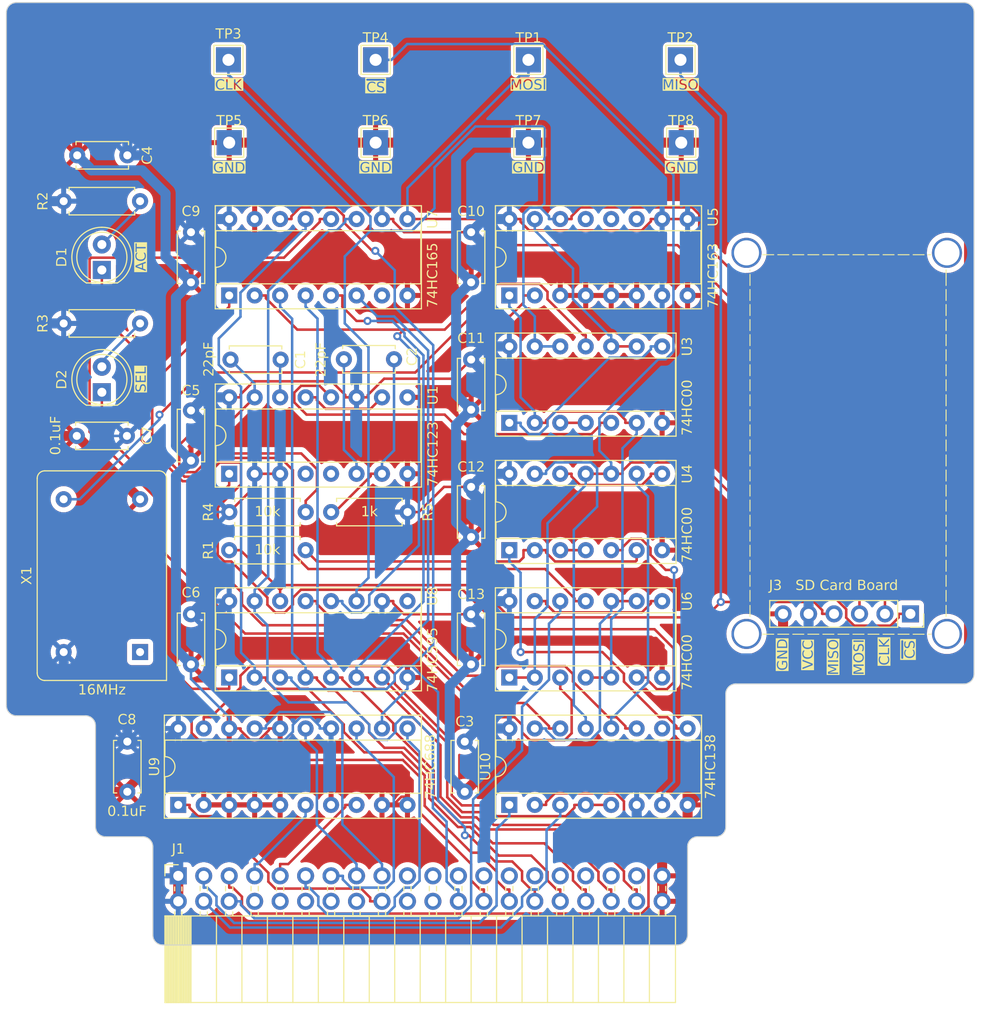
<source format=kicad_pcb>
(kicad_pcb (version 20240108) (generator "pcbnew") (generator_version "8.0")
  (layers (0 "F.Cu" signal) (31 "B.Cu" signal) (34 "B.Paste" user) (35 "F.Paste" user) (36 "B.SilkS" user "B.Silkscreen") (37 "F.SilkS" user "F.Silkscreen") (38 "B.Mask" user) (39 "F.Mask" user) (44 "Edge.Cuts" user))
  (net 0 "")
  (net 1 "Net-(U1A-RCext)")
  (net 2 "Net-(U1A-Cext)")
  (net 3 "Net-(U1B-RCext)")
  (net 4 "Net-(U1B-Cext)")
  (net 5 "VCC")
  (net 6 "GND")
  (net 7 "Net-(D1-K)")
  (net 8 "Net-(D1-A)")
  (net 9 "Net-(D2-K)")
  (net 10 "Net-(D2-A)")
  (net 11 "D0")
  (net 12 "D1")
  (net 13 "D2")
  (net 14 "D3")
  (net 15 "D4")
  (net 16 "D5")
  (net 17 "D6")
  (net 18 "D7")
  (net 19 "A0")
  (net 20 "A1")
  (net 21 "~{RES}")
  (net 22 "~{IRQ}")
  (net 23 "A13")
  (net 24 "~{CS}")
  (net 25 "CLK")
  (net 26 "MOSI")
  (net 27 "MISO")
  (net 28 "Net-(R1-Pad1)")
  (net 29 "~{CLKSTART}")
  (net 30 "A2")
  (net 31 "~{CLKSTART_DB}")
  (net 32 "~{SER_RD}")
  (net 33 "A5")
  (net 34 "~{SDOUT_SET}")
  (net 35 "~{SDOUT_RESET}")
  (net 36 "~{SDCS_RESET}")
  (net 37 "~{SDCS_SET}")
  (net 38 "~{SER_WR}")
  (net 39 "~{CLKSTOP}")
  (net 40 "SD_SPI")
  (net 41 "Net-(U3-Pad3)")
  (net 42 "CLKSTOP")
  (net 43 "Net-(U4-Pad3)")
  (net 44 "Net-(U4-Pad12)")
  (net 45 "16MHz")
  (net 46 "A9")
  (net 47 "R{slash}~{W}")
  (net 48 "A8")
  (net 49 "A11")
  (net 50 "A14")
  (net 51 "A6")
  (net 52 "A10")
  (net 53 "~{NMI}")
  (net 54 "A15")
  (net 55 "A4")
  (net 56 "~{I{slash}O}")
  (net 57 "A12")
  (net 58 "A7")
  (net 59 "A3")
  (net 60 "Net-(U1A-Q)")
  (net 75 "Net-(U10-~{E0})")
  (net 77 "SDCLK")
  (net 78 "~{SDCLK}")
  (net 79 "Net-(U6-Pad13)")
  (net 80 "Net-(U7-~{PL})")
  (footprint "Capacitor_THT:C_Disc_D5.0mm_W2.5mm_P5.00mm" (layer "F.Cu") (at 74.93 102.91 -90)
    (property "Reference" "C12")
    (property "Value" "0.1uF")
  )
  (footprint "Capacitor_THT:C_Disc_D5.0mm_W2.5mm_P5.00mm" (layer "F.Cu") (at 40.64 69.845 180)
    (property "Reference" "C4")
    (property "Value" "0.1uF" (hide yes))
  )
  (footprint "Package_DIP:DIP-20_W7.62mm_Socket" (layer "F.Cu") (at 45.72 134.62 90)
    (property "Reference" "U9")
    (property "Value" "74HC688")
  )
  (footprint "Package_DIP:DIP-16_W7.62mm_Socket" (layer "F.Cu") (at 50.8 121.92 90)
    (property "Reference" "U8")
    (property "Value" "74HC595")
  )
  (footprint "Package_DIP:DIP-16_W7.62mm_Socket" (layer "F.Cu") (at 78.74 134.62 90)
    (property "Reference" "U10")
    (property "Value" "74HC138")
  )
  (footprint "Resistor_THT:R_Axial_DIN0207_L6.3mm_D2.5mm_P7.62mm_Horizontal" (layer "F.Cu") (at 50.81 105.42)
    (property "Reference" "R4")
    (property "Value" "10k")
  )
  (footprint "Capacitor_THT:C_Disc_D5.0mm_W2.5mm_P5.00mm" (layer "F.Cu") (at 40.64 128.31 -90)
    (property "Reference" "C8")
    (property "Value" "0.1uF")
  )
  (footprint "Connector_PinSocket_2.54mm:PinSocket_2x20_P2.54mm_Horizontal" (layer "F.Cu") (at 45.72 141.695 90)
    (property "Reference" "J1")
    (property "Value" "EXPBUS2")
  )
  (footprint "Package_DIP:DIP-16_W7.62mm_Socket" (layer "F.Cu") (at 50.8 101.6 90)
    (property "Reference" "U1")
    (property "Value" "74HC123")
  )
  (footprint "Package_DIP:DIP-14_W7.62mm_Socket" (layer "F.Cu") (at 78.74 96.52 90)
    (property "Reference" "U3")
    (property "Value" "74HC00")
  )
  (footprint "LED_THT:LED_D5.0mm" (layer "F.Cu") (at 38.1 93.472 90)
    (property "Reference" "D2")
    (property "Value" "SEL")
  )
  (footprint "Package_DIP:DIP-16_W7.62mm_Socket" (layer "F.Cu") (at 50.8 83.82 90)
    (property "Reference" "U7")
    (property "Value" "74HC165")
  )
  (footprint "Capacitor_THT:C_Disc_D5.0mm_W2.5mm_P5.00mm" (layer "F.Cu") (at 74.93 115.61 -90)
    (property "Reference" "C13")
    (property "Value" "0.1uF")
  )
  (footprint "Resistor_THT:R_Axial_DIN0207_L6.3mm_D2.5mm_P7.62mm_Horizontal" (layer "F.Cu") (at 41.91 74.417 180)
    (property "Reference" "R2")
    (property "Value" "R")
  )
  (footprint "TestPoint:TestPoint_THTPad_2.5x2.5mm_Drill1.2mm" (layer "F.Cu") (at 95.8117 60.325)
    (property "Reference" "TP2")
    (property "Value" "MISO")
  )
  (footprint "sdcard-holder:sdcard-socket" (layer "F.Cu") (at 118.745 115.57 -90)
    (property "Reference" "J3")
    (property "Value" "SD Card Board")
  )
  (footprint "TestPoint:TestPoint_THTPad_2.5x2.5mm_Drill1.2mm" (layer "F.Cu") (at 50.8 68.58)
    (property "Reference" "TP5")
    (property "Value" "GND")
  )
  (footprint "Capacitor_THT:C_Disc_D5.0mm_W2.5mm_P5.00mm" (layer "F.Cu") (at 74.93 77.51 -90)
    (property "Reference" "C10")
    (property "Value" "0.1uF" (hide yes))
  )
  (footprint "Capacitor_THT:C_Disc_D5.0mm_W2.5mm_P5.00mm" (layer "F.Cu") (at 40.6 97.825 180)
    (property "Reference" "C7")
    (property "Value" "0.1uF")
  )
  (footprint "Oscillator:Oscillator_DIP-14" (layer "F.Cu") (at 41.91 119.38 90)
    (property "Reference" "X1")
    (property "Value" "16MHz")
  )
  (footprint "TestPoint:TestPoint_THTPad_2.5x2.5mm_Drill1.2mm" (layer "F.Cu") (at 65.405 68.58)
    (property "Reference" "TP6")
    (property "Value" "GND")
  )
  (footprint "Capacitor_THT:C_Disc_D5.0mm_W2.5mm_P5.00mm" (layer "F.Cu") (at 62.24 90.18)
    (property "Reference" "C2")
    (property "Value" "22pF")
  )
  (footprint "Capacitor_THT:C_Disc_D5.0mm_W2.5mm_P5.00mm" (layer "F.Cu") (at 55.93 90.22 180)
    (property "Reference" "C1")
    (property "Value" "22pF")
  )
  (footprint "Package_DIP:DIP-14_W7.62mm_Socket" (layer "F.Cu") (at 78.74 109.22 90)
    (property "Reference" "U4")
    (property "Value" "74HC00")
  )
  (footprint "Capacitor_THT:C_Disc_D5.0mm_W2.5mm_P5.00mm" (layer "F.Cu") (at 46.99 115.61 -90)
    (property "Reference" "C6")
    (property "Value" "0.1uF" (hide yes))
  )
  (footprint "TestPoint:TestPoint_THTPad_2.5x2.5mm_Drill1.2mm" (layer "F.Cu") (at 80.645 68.58)
    (property "Reference" "TP7")
    (property "Value" "GND")
  )
  (footprint "Capacitor_THT:C_Disc_D5.0mm_W2.5mm_P5.00mm" (layer "F.Cu") (at 74.295 128.31 -90)
    (property "Reference" "C3")
    (property "Value" "0.1uF")
  )
  (footprint "LED_THT:LED_D5.0mm" (layer "F.Cu") (at 38.1 81.28 90)
    (property "Reference" "D1")
    (property "Value" "ACT")
  )
  (footprint "Capacitor_THT:C_Disc_D5.0mm_W2.5mm_P5.00mm" (layer "F.Cu") (at 74.93 90.21 -90)
    (property "Reference" "C11")
    (property "Value" "0.1uF" (hide yes))
  )
  (footprint "TestPoint:TestPoint_THTPad_2.5x2.5mm_Drill1.2mm" (layer "F.Cu") (at 50.7267 60.325 180)
    (property "Reference" "TP3")
    (property "Value" "CLK")
  )
  (footprint "Capacitor_THT:C_Disc_D5.0mm_W2.5mm_P5.00mm" (layer "F.Cu") (at 46.99 95.29 -90)
    (property "Reference" "C5")
    (property "Value" "0.1uF" (hide yes))
  )
  (footprint "TestPoint:TestPoint_THTPad_2.5x2.5mm_Drill1.2mm" (layer "F.Cu") (at 95.885 68.58)
    (property "Reference" "TP8")
    (property "Value" "GND")
  )
  (footprint "TestPoint:TestPoint_THTPad_2.5x2.5mm_Drill1.2mm" (layer "F.Cu") (at 80.645 60.325)
    (property "Reference" "TP1")
    (property "Value" "MOSI")
  )
  (footprint "TestPoint:TestPoint_THTPad_2.5x2.5mm_Drill1.2mm" (layer "F.Cu") (at 65.405 60.325)
    (property "Reference" "TP4")
    (property "Value" "~{CS}")
  )
  (footprint "Package_DIP:DIP-16_W7.62mm_Socket" (layer "F.Cu") (at 78.74 83.82 90)
    (property "Reference" "U5")
    (property "Value" "74HC163")
  )
  (footprint "Capacitor_THT:C_Disc_D5.0mm_W2.5mm_P5.00mm" (layer "F.Cu") (at 46.99 77.51 -90)
    (property "Reference" "C9")
    (property "Value" "0.1uF" (hide yes))
  )
  (footprint "Resistor_THT:R_Axial_DIN0207_L6.3mm_D2.5mm_P7.62mm_Horizontal" (layer "F.Cu") (at 58.42 109.22 180)
    (property "Reference" "R1")
    (property "Value" "10k")
  )
  (footprint "Package_DIP:DIP-14_W7.62mm_Socket" (layer "F.Cu") (at 78.74 121.92 90)
    (property "Reference" "U6")
    (property "Value" "74HC00")
  )
  (footprint "Resistor_THT:R_Axial_DIN0207_L6.3mm_D2.5mm_P7.62mm_Horizontal" (layer "F.Cu") (at 41.91 86.609 180)
    (property "Reference" "R3")
    (property "Value" "R")
  )
  (footprint "Resistor_THT:R_Axial_DIN0207_L6.3mm_D2.5mm_P7.62mm_Horizontal" (layer "F.Cu") (at 60.97 105.42)
    (property "Reference" "R5")
    (property "Value" "1k")
  )
  (gr_arc (start 42.18 137.795) (mid 42.887107 138.087893) (end 43.18 138.795) (stroke (width 0.1)) (layer "Edge.Cuts"))
  (gr_arc (start 96.52 147.59) (mid 96.227107 148.297107) (end 95.52 148.59) (stroke (width 0.1)) (layer "Edge.Cuts"))
  (gr_line (start 28.575 55.61) (end 28.575 124.73) (stroke (width 0.1)) (layer "Edge.Cuts"))
  (gr_arc (start 96.52 138.795) (mid 96.812893 138.087893) (end 97.52 137.795) (stroke (width 0.1)) (layer "Edge.Cuts"))
  (gr_arc (start 28.575 55.61) (mid 28.867893 54.902893) (end 29.575 54.61) (stroke (width 0.1)) (layer "Edge.Cuts"))
  (gr_arc (start 124.095 54.61) (mid 124.802107 54.902893) (end 125.095 55.61) (stroke (width 0.1)) (layer "Edge.Cuts"))
  (gr_arc (start 125.095 121.555) (mid 124.802107 122.262107) (end 124.095 122.555) (stroke (width 0.1)) (layer "Edge.Cuts"))
  (gr_line (start 125.095 121.555) (end 125.095 55.61) (stroke (width 0.1)) (layer "Edge.Cuts"))
  (gr_arc (start 36.465 125.73) (mid 37.172107 126.022893) (end 37.465 126.73) (stroke (width 0.1)) (layer "Edge.Cuts"))
  (gr_line (start 44.18 148.59) (end 95.52 148.59) (stroke (width 0.1)) (layer "Edge.Cuts"))
  (gr_line (start 37.465 126.73) (end 37.465 136.795) (stroke (width 0.1)) (layer "Edge.Cuts"))
  (gr_line (start 97.52 137.795) (end 99.33 137.795) (stroke (width 0.1)) (layer "Edge.Cuts"))
  (gr_arc (start 100.33 136.795) (mid 100.037107 137.502107) (end 99.33 137.795) (stroke (width 0.1)) (layer "Edge.Cuts"))
  (gr_line (start 101.33 122.555) (end 124.095 122.555) (stroke (width 0.1)) (layer "Edge.Cuts"))
  (gr_arc (start 29.575 125.73) (mid 28.867893 125.437107) (end 28.575 124.73) (stroke (width 0.1)) (layer "Edge.Cuts"))
  (gr_arc (start 44.18 148.59) (mid 43.472893 148.297107) (end 43.18 147.59) (stroke (width 0.1)) (layer "Edge.Cuts"))
  (gr_line (start 96.52 147.59) (end 96.52 138.795) (stroke (width 0.1)) (layer "Edge.Cuts"))
  (gr_arc (start 100.33 123.555) (mid 100.622893 122.847893) (end 101.33 122.555) (stroke (width 0.1)) (layer "Edge.Cuts"))
  (gr_line (start 43.18 138.795) (end 43.18 147.59) (stroke (width 0.1)) (layer "Edge.Cuts"))
  (gr_arc (start 38.465 137.795) (mid 37.757893 137.502107) (end 37.465 136.795) (stroke (width 0.1)) (layer "Edge.Cuts"))
  (gr_line (start 100.33 136.795) (end 100.33 123.555) (stroke (width 0.1)) (layer "Edge.Cuts"))
  (gr_line (start 29.575 125.73) (end 36.465 125.73) (stroke (width 0.1)) (layer "Edge.Cuts"))
  (gr_line (start 38.465 137.795) (end 42.18 137.795) (stroke (width 0.1)) (layer "Edge.Cuts"))
  (gr_line (start 124.095 54.61) (end 29.575 54.61) (stroke (width 0.1)) (layer "Edge.Cuts"))
  (gr_text "~{CS}" (at 118.745 119.126 90) (layer "F.SilkS" knockout) (effects (font (size 1 1) (thickness 0.2))))
  (gr_text "MOSI" (at 113.665 119.888 90) (layer "F.SilkS" knockout) (effects (font (size 1 1) (thickness 0.2))))
  (gr_text "CLK" (at 116.205 119.38 90) (layer "F.SilkS" knockout) (effects (font (size 1 1) (thickness 0.2))))
  (gr_text "MISO" (at 111.125 119.888 90) (layer "F.SilkS" knockout) (effects (font (size 1 1) (thickness 0.2))))
  (gr_text "GND" (at 106.045 119.634 90) (layer "F.SilkS" knockout) (effects (font (size 1 1) (thickness 0.2))))
  (gr_text "VCC" (at 108.585 119.634 90) (layer "F.SilkS" knockout) (effects (font (size 1 1) (thickness 0.2))))
  (segment (start 50.9048 96.4152) (end 53.34 93.98) (width 0.25) (layer "F.Cu") (net 1))
  (segment (start 58.43 105.42) (end 58.43 104.2949) (width 0.25) (layer "F.Cu") (net 1))
  (segment (start 48.1491 96.4152) (end 50.9048 96.4152) (width 0.25) (layer "F.Cu") (net 1))
  (segment (start 45.8258 100.7325) (end 45.8258 98.7385) (width 0.25) (layer "F.Cu") (net 1))
  (segment (start 57.9869 99.5746) (end 49.3116 99.5746) (width 0.25) (layer "F.Cu") (net 1))
  (segment (start 47.445 101.4412) (end 46.5345 101.4412) (width 0.25) (layer "F.Cu") (net 1))
  (segment (start 59.555 101.1427) (end 57.9869 99.5746) (width 0.25) (layer "F.Cu") (net 1))
  (segment (start 59.555 103.1699) (end 59.555 101.1427) (width 0.25) (layer "F.Cu") (net 1))
  (segment (start 58.43 104.2949) (end 59.555 103.1699) (width 0.25) (layer "F.Cu") (net 1))
  (segment (start 46.5345 101.4412) (end 45.8258 100.7325) (width 0.25) (layer "F.Cu") (net 1))
  (segment (start 49.3116 99.5746) (end 47.445 101.4412) (width 0.25) (layer "F.Cu") (net 1))
  (segment (start 45.8258 98.7385) (end 48.1491 96.4152) (width 0.25) (layer "F.Cu") (net 1))
  (segment (start 50.93 90.22) (end 53.34 92.63) (width 0.25) (layer "B.Cu") (net 1))
  (segment (start 53.34 92.63) (end 53.34 93.98) (width 0.25) (layer "B.Cu") (net 1))
  (segment (start 55.93 90.22) (end 55.88 90.27) (width 0.25) (layer "B.Cu") (net 2))
  (segment (start 55.88 90.27) (end 55.88 93.98) (width 0.25) (layer "B.Cu") (net 2))
  (segment (start 64.9149 101.8331) (end 64.9149 101.6) (width 0.25) (layer "F.Cu") (net 3))
  (segment (start 61.328 105.42) (end 64.9149 101.8331) (width 0.25) (layer "F.Cu") (net 3))
  (segment (start 66.04 101.6) (end 64.9149 101.6) (width 0.25) (layer "F.Cu") (net 3))
  (segment (start 60.97 105.42) (end 61.328 105.42) (width 0.25) (layer "F.Cu") (net 3))
  (segment (start 67.24 99.2749) (end 67.24 90.18) (width 0.25) (layer "B.Cu") (net 3))
  (segment (start 66.04 101.6) (end 66.04 100.4749) (width 0.25) (layer "B.Cu") (net 3))
  (segment (start 66.04 100.4749) (end 67.24 99.2749) (width 0.25) (layer "B.Cu") (net 3))
  (segment (start 62.24 99.2149) (end 63.5 100.4749) (width 0.25) (layer "B.Cu") (net 4))
  (segment (start 62.24 90.18) (end 62.24 99.2149) (width 0.25) (layer "B.Cu") (net 4))
  (segment (start 63.5 101.6) (end 63.5 100.4749) (width 0.25) (layer "B.Cu") (net 4))
  (segment (start 79.8651 76.2) (end 79.8651 76.4813) (width 0.25) (layer "F.Cu") (net 5))
  (segment (start 68.2419 115.61) (end 67.1651 114.5332) (width 0.25) (layer "F.Cu") (net 5))
  (segment (start 51.9251 93.6987) (end 53.2432 92.3806) (width 0.25) (layer "F.Cu") (net 5))
  (segment (start 63.5 93.98) (end 64.6251 93.98) (width 0.25) (layer "F.Cu") (net 5))
  (segment (start 53.34 101.6) (end 54.7549 101.6) (width 0.25) (layer "F.Cu") (net 5))
  (segment (start 68.2419 77.51) (end 67.1651 76.4332) (width 0.25) (layer "F.Cu") (net 5))
  (segment (start 72.2251 102.91) (end 69.7151 105.42) (width 0.25) (layer "F.Cu") (net 5))
  (segment (start 73.0175 92.1225) (end 66.2494 92.1225) (width 0.25) (layer "F.Cu") (net 5))
  (segment (start 67.1651 114.5332) (end 67.1651 114.3) (width 0.25) (layer "F.Cu") (net 5))
  (segment (start 68.59 105.42) (end 69.7151 105.42) (width 0.25) (layer "F.Cu") (net 5))
  (segment (start 93.98 76.2) (end 92.8549 76.2) (width 0.25) (layer "F.Cu") (net 5))
  (segment (start 53.34 101.6) (end 53.34 102.89) (width 0.25) (layer "F.Cu") (net 5))
  (segment (start 55.88 101.6) (end 54.7549 101.6) (width 0.25) (layer "F.Cu") (net 5))
  (segment (start 79.8651 76.4813) (end 80.7172 77.3334) (width 0.25) (layer "F.Cu") (net 5))
  (segment (start 64.6251 93.7468) (end 64.6251 93.98) (width 0.25) (layer "F.Cu") (net 5))
  (segment (start 74.93 115.61) (end 68.2419 115.61) (width 0.25) (layer "F.Cu") (net 5))
  (segment (start 91.9546 77.3334) (end 92.8549 76.4331) (width 0.25) (layer "F.Cu") (net 5))
  (segment (start 93.98 76.2) (end 96.52 76.2) (width 0.25) (layer "F.Cu") (net 5))
  (segment (start 74.93 77.51) (end 68.2419 77.51) (width 0.25) (layer "F.Cu") (net 5))
  (segment (start 50.8 93.98) (end 51.9251 93.98) (width 0.25) (layer "F.Cu") (net 5))
  (segment (start 67.1651 76.4332) (end 67.1651 76.2) (width 0.25) (layer "F.Cu") (net 5))
  (segment (start 80.7172 77.3334) (end 91.9546 77.3334) (width 0.25) (layer "F.Cu") (net 5))
  (segment (start 74.93 90.21) (end 73.0175 92.1225) (width 0.25) (layer "F.Cu") (net 5))
  (segment (start 66.04 114.3) (end 67.1651 114.3) (width 0.25) (layer "F.Cu") (net 5))
  (segment (start 92.8549 76.4331) (end 92.8549 76.2) (width 0.25) (layer "F.Cu") (net 5))
  (segment (start 66.04 76.2) (end 67.1651 76.2) (width 0.25) (layer "F.Cu") (net 5))
  (segment (start 51.9251 93.98) (end 51.9251 93.6987) (width 0.25) (layer "F.Cu") (net 5))
  (segment (start 53.34 102.89) (end 50.81 105.42) (width 0.25) (layer "F.Cu") (net 5))
  (segment (start 53.2432 92.3806) (end 61.0086 92.3806) (width 0.25) (layer "F.Cu") (net 5))
  (segment (start 62.3749 93.7469) (end 62.3749 93.98) (width 0.25) (layer "F.Cu") (net 5))
  (segment (start 63.5 93.98) (end 62.3749 93.98) (width 0.25) (layer "F.Cu") (net 5))
  (segment (start 74.93 102.91) (end 72.2251 102.91) (width 0.25) (layer "F.Cu") (net 5))
  (segment (start 61.0086 92.3806) (end 62.3749 93.7469) (width 0.25) (layer "F.Cu") (net 5))
  (segment (start 45.72 144.235) (end 45.72 141.695) (width 1) (layer "F.Cu") (net 5))
  (segment (start 66.2494 92.1225) (end 64.6251 93.7468) (width 0.25) (layer "F.Cu") (net 5))
  (segment (start 78.74 76.2) (end 79.8651 76.2) (width 0.25) (layer "F.Cu") (net 5))
  (segment (start 76.24 101.6) (end 74.93 102.91) (width 1) (layer "B.Cu") (net 5))
  (segment (start 76.24 101.6) (end 74.93 102.91) (width 1) (layer "B.Cu") (net 5))
  (segment (start 32.385 86.36) (end 32.634 86.609) (width 1) (layer "B.Cu") (net 5))
  (segment (start 40.64 137.16) (end 38.1 134.62) (width 1) (layer "B.Cu") (net 5))
  (segment (start 32.263 74.417) (end 34.29 74.417) (width 1) (layer "B.Cu") (net 5))
  (segment (start 31.115 74.93) (end 31.75 74.93) (width 1) (layer "B.Cu") (net 5))
  (segment (start 76.24 76.2) (end 74.93 77.51) (width 1) (layer "B.Cu") (net 5))
  (segment (start 44.41 128.31) (end 44.615 128.105) (width 1) (layer "B.Cu") (net 5))
  (segment (start 38.735 123.825) (end 34.925 123.825) (width 1) (layer "B.Cu") (net 5))
  (segment (start 75.605 127) (end 74.295 128.31) (width 1) (layer "B.Cu") (net 5))
  (segment (start 34.925 123.825) (end 34.6075 123.508) (width 1) (layer "B.Cu") (net 5))
  (segment (start 76.43 91.71) (end 76.43 101.41) (width 1) (layer "B.Cu") (net 5))
  (segment (start 92.075 136.525) (end 91.44 135.89) (width 1) (layer "B.Cu") (net 5))
  (segment (start 57.9248 125.8598) (end 58.9278 125.8598) (width 0.25) (layer "B.Cu") (net 5))
  (segment (start 76.43 117.11) (end 76.43 126.175) (width 1) (layer "B.Cu") (net 5))
  (segment (start 45.72 138.43) (end 44.45 137.16) (width 1) (layer "B.Cu") (net 5))
  (segment (start 107.315 120.015) (end 100.965 120.015) (width 1) (layer "B.Cu") (net 5))
  (segment (start 76.43 88.71) (end 76.24 88.9) (width 1) (layer "B.Cu") (net 5))
  (segment (start 44.45 137.16) (end 40.64 137.16) (width 1) (layer "B.Cu") (net 5))
  (segment (start 108.585 109.855) (end 108.585 115.57) (width 1) (layer "B.Cu") (net 5))
  (segment (start 98.425 136.525) (end 92.075 136.525) (width 1) (layer "B.Cu") (net 5))
  (segment (start 40.64 57.15) (end 40.005 56.515) (width 1) (layer "B.Cu") (net 5))
  (segment (start 99.06 121.92) (end 99.06 135.89) (width 1) (layer "B.Cu") (net 5))
  (segment (start 93.98 76.2) (end 93.98 83.82) (width 0.25) (layer "B.Cu") (net 5))
  (segment (start 100.965 120.015) (end 99.06 121.92) (width 1) (layer "B.Cu") (net 5))
  (segment (start 57.15 127.3274) (end 57.15 126.6346) (width 0.25) (layer "B.Cu") (net 5))
  (segment (start 58.9278 125.8598) (end 59.8349 126.7669) (width 0.25) (layer "B.Cu") (net 5))
  (segment (start 40.64 128.31) (end 44.41 128.31) (width 1) (layer "B.Cu") (net 5))
  (segment (start 76.24 114.3) (end 74.93 115.61) (width 1) (layer "B.Cu") (net 5))
  (segment (start 40.005 56.515) (end 112.395 56.515) (width 1) (layer "B.Cu") (net 5))
  (segment (start 76.43 79.01) (end 76.43 88.71) (width 1) (layer "B.Cu") (net 5))
  (segment (start 59.8349 126.7669) (end 59.8349 127) (width 0.25) (layer "B.Cu") (net 5))
  (segment (start 49.49 115.61) (end 46.99 115.61) (width 1) (layer "B.Cu") (net 5))
  (segment (start 76.43 101.41) (end 76.24 101.6) (width 1) (layer "B.Cu") (net 5))
  (segment (start 48.49 105.41) (end 50.8 105.41) (width 0.25) (layer "B.Cu") (net 5))
  (segment (start 40.64 128.31) (end 40.64 125.73) (width 1) (layer "B.Cu") (net 5))
  (segment (start 48.49 105.41) (end 48.49 114.11) (width 1) (layer "B.Cu") (net 5))
  (segment (start 46.99 77.51) (end 48.49 79.01) (width 1) (layer "B.Cu") (net 5))
  (segment (start 50.8 93.98) (end 48.3 93.98) (width 1) (layer "B.Cu") (net 5))
  (segment (start 99.06 135.89) (end 98.425 136.525) (width 1) (layer "B.Cu") (net 5))
  (segment (start 44.6352 128.1252) (end 56.3522 128.1252) (width 0.25) (layer "B.Cu") (net 5))
  (segment (start 48.49 79.01) (end 48.49 93.79) (width 1) (layer "B.Cu") (net 5))
  (segment (start 74.93 90.21) (end 76.43 91.71) (width 1) (layer "B.Cu") (net 5))
  (segment (start 48.3 76.2) (end 46.99 77.51) (width 1) (layer "B.Cu") (net 5))
  (segment (start 60.96 127) (end 59.8349 127) (width 0.25) (layer "B.Cu") (net 5))
  (segment (start 76.24 88.9) (end 75.585 89.555) (width 1) (layer "B.Cu") (net 5))
  (segment (start 46.99 77.51) (end 46.99 73.025) (width 1) (layer "B.Cu") (net 5))
  (segment (start 33.02 56.515) (end 40.005 56.515) (width 1) (layer "B.Cu") (net 5))
  (segment (start 40.64 125.73) (end 38.735 123.825) (width 1) (layer "B.Cu") (net 5))
  (segment (start 43.81 69.845) (end 40.64 69.845) (width 1) (layer "B.Cu") (net 5))
  (segment (start 39.33 128.31) (end 40.64 128.31) (width 1) (layer "B.Cu") (net 5))
  (segment (start 56.3522 128.1252) (end 57.15 127.3274) (width 0.25) (layer "B.Cu") (net 5))
  (segment (start 75.605 127) (end 74.295 128.31) (width 1) (layer "B.Cu") (net 5))
  (segment (start 108.585 118.745) (end 107.315 120.015) (width 1) (layer "B.Cu") (net 5))
  (segment (start 75.585 89.555) (end 74.93 90.21) (width 1) (layer "B.Cu") (net 5))
  (segment (start 74.93 77.51) (end 76.43 79.01) (width 1) (layer "B.Cu") (net 5))
  (segment (start 38.1 129.54) (end 39.33 128.31) (width 1) (layer "B.Cu") (net 5))
  (segment (start 44.615 128.105) (end 44.6352 128.1252) (width 0.25) (layer "B.Cu") (net 5))
  (segment (start 78.74 127) (end 75.605 127) (width 1) (layer "B.Cu") (net 5))
  (segment (start 39.0914 97.825) (end 40.6 97.825) (width 0.25) (layer "B.Cu") (net 5))
  (segment (start 76.24 88.9) (end 75.585 89.555) (width 1) (layer "B.Cu") (net 5))
  (segment (start 44.615 128.105) (end 45.72 127) (width 1) (layer "B.Cu") (net 5))
  (segment (start 48.3 93.98) (end 47.645 94.635) (width 1) (layer "B.Cu") (net 5))
  (segment (start 112.395 56.515) (end 113.03 57.15) (width 1) (layer "B.Cu") (net 5))
  (segment (start 48.49 93.79) (end 48.3 93.98) (width 1) (layer "B.Cu") (net 5))
  (segment (start 78.74 114.3) (end 76.24 114.3) (width 1) (layer "B.Cu") (net 5))
  (segment (start 30.48 59.055) (end 33.02 56.515) (width 1) (layer "B.Cu") (net 5))
  (segment (start 48.49 96.79) (end 48.49 105.41) (width 1) (layer "B.Cu") (net 5))
  (segment (start 50.8 105.41) (end 50.81 105.42) (width 0.25) (layer "B.Cu") (net 5))
  (segment (start 74.93 103.505) (end 76.43 105.005) (width 1) (layer "B.Cu") (net 5))
  (segment (start 31.75 74.93) (end 32.263 74.417) (width 1) (layer "B.Cu") (net 5))
  (segment (start 30.48 89.2136) (end 39.0914 97.825) (width 0.25) (layer "B.Cu") (net 5))
  (segment (start 38.1 134.62) (end 38.1 129.54) (width 1) (layer "B.Cu") (net 5))
  (segment (start 50.8 76.2) (end 48.3 76.2) (width 1) (layer "B.Cu") (net 5))
  (segment (start 91.44 135.89) (end 91.44 134.62) (width 1) (layer "B.Cu") (net 5))
  (segment (start 76.43 126.175) (end 75.605 127) (width 1) (layer "B.Cu") (net 5))
  (segment (start 48.3 93.98) (end 47.645 94.635) (width 1) (layer "B.Cu") (net 5))
  (segment (start 34.29 123.19) (end 34.29 119.38) (width 1) (layer "B.Cu") (net 5))
  (segment (start 113.03 57.15) (end 113.03 105.41) (width 1) (layer "B.Cu") (net 5))
  (segment (start 30.48 123.19) (end 30.48 89.2136) (width 1) (layer "B.Cu") (net 5))
  (segment (start 74.93 115.61) (end 76.43 117.11) (width 1) (layer "B.Cu") (net 5))
  (segment (start 34.925 123.825) (end 34.29 123.19) (width 1) (layer "B.Cu") (net 5))
  (segment (start 76.24 114.3) (end 74.93 115.61) (width 1) (layer "B.Cu") (net 5))
  (segment (start 31.115 86.36) (end 32.385 86.36) (width 1) (layer "B.Cu") (net 5))
  (segment (start 47.645 94.635) (end 46.99 95.29) (width 1) (layer "B.Cu") (net 5))
  (segment (start 34.6075 123.508) (end 30.7975 123.508) (width 1) (layer "B.Cu") (net 5))
  (segment (start 113.03 105.41) (end 108.585 109.855) (width 1) (layer "B.Cu") (net 5))
  (segment (start 48.49 114.11) (end 46.99 115.61) (width 1) (layer "B.Cu") (net 5))
  (segment (start 30.48 86.995) (end 30.48 75.565) (width 1) (layer "B.Cu") (net 5))
  (segment (start 46.99 95.29) (end 48.49 96.79) (width 1) (layer "B.Cu") (net 5))
  (segment (start 74.93 102.91) (end 74.93 103.505) (width 1) (layer "B.Cu") (net 5))
  (segment (start 57.15 126.6346) (end 57.9248 125.8598) (width 0.25) (layer "B.Cu") (net 5))
  (segment (start 30.48 89.2136) (end 30.48 86.995) (width 1) (layer "B.Cu") (net 5))
  (segment (start 30.48 75.565) (end 31.115 74.93) (width 1) (layer "B.Cu") (net 5))
  (segment (start 32.634 86.609) (end 34.29 86.609) (width 1) (layer "B.Cu") (net 5))
  (segment (start 30.48 86.995) (end 31.115 86.36) (width 1) (layer "B.Cu") (net 5))
  (segment (start 50.8 114.3) (end 49.49 115.61) (width 1) (layer "B.Cu") (net 5))
  (segment (start 30.48 75.565) (end 30.48 59.055) (width 1) (layer "B.Cu") (net 5))
  (segment (start 40.64 69.845) (end 40.64 57.15) (width 1) (layer "B.Cu") (net 5))
  (segment (start 76.43 114.11) (end 76.24 114.3) (width 1) (layer "B.Cu") (net 5))
  (segment (start 78.74 76.2) (end 76.24 76.2) (width 1) (layer "B.Cu") (net 5))
  (segment (start 45.72 141.695) (end 45.72 138.43) (width 1) (layer "B.Cu") (net 5))
  (segment (start 108.585 115.57) (end 108.585 118.745) (width 1) (layer "B.Cu") (net 5))
  (segment (start 78.74 101.6) (end 76.24 101.6) (width 1) (layer "B.Cu") (net 5))
  (segment (start 76.43 105.005) (end 76.43 114.11) (width 1) (layer "B.Cu") (net 5))
  (segment (start 78.74 88.9) (end 76.24 88.9) (width 1) (layer "B.Cu") (net 5))
  (segment (start 30.7975 123.508) (end 30.48 123.19) (width 1) (layer "B.Cu") (net 5))
  (segment (start 46.99 73.025) (end 43.81 69.845) (width 1) (layer "B.Cu") (net 5))
  (segment (start 67.9825 133.8026) (end 67.1651 134.62) (width 0.25) (layer "F.Cu") (net 6))
  (segment (start 40.64 132.715) (end 40.64 133.31) (width 0.5) (layer "F.Cu") (net 6))
  (segment (start 31.115 97.79) (end 31.75 97.79) (width 1) (layer "F.Cu") (net 6))
  (segment (start 35.6 97.825) (end 35.6 97.83) (width 1) (layer "F.Cu") (net 6))
  (segment (start 68.58 98.425) (end 67.945 97.79) (width 0.5) (layer "F.Cu") (net 6))
  (segment (start 30.48 62.865) (end 30.48 97.155) (width 1) (layer "F.Cu") (net 6))
  (segment (start 123.825 120.65) (end 124.595 119.88) (width 1) (layer "F.Cu") (net 6))
  (segment (start 99.06 132.08) (end 99.06 122.555) (width 1) (layer "F.Cu") (net 6))
  (segment (start 99.06 122.555) (end 100.965 120.65) (width 1) (layer "F.Cu") (net 6))
  (segment (start 74.93 118.745) (end 74.93 120.61) (width 0.5) (layer "F.Cu") (net 6))
  (segment (start 68.58 83.82) (end 68.58 81.28) (width 0.5) (layer "F.Cu") (net 6))
  (segment (start 41.275 131.445) (end 41.275 132.08) (width 0.5) (layer "F.Cu") (net 6))
  (segment (start 95.885 137.16) (end 96.52 136.525) (width 1) (layer "F.Cu") (net 6))
  (segment (start 95.25 130.81) (end 76.2 130.81) (width 1) (layer "F.Cu") (net 6))
  (segment (start 48.26 134.62) (end 50.8 134.62) (width 0.5) (layer "F.Cu") (net 6))
  (segment (start 47.625 118.11) (end 46.99 118.745) (width 0.5) (layer "F.Cu") (net 6))
  (segment (start 74.93 94.274) (end 69.9991 94.274) (width 0.25) (layer "F.Cu") (net 6))
  (segment (start 46.99 118.745) (end 46.99 120.61) (width 0.5) (layer "F.Cu") (net 6))
  (segment (start 121.285 68.58) (end 113.03 60.325) (width 1) (layer "F.Cu") (net 6))
  (segment (start 35.64 60.245) (end 35.64 69.845) (width 1) (layer "F.Cu") (net 6))
  (segment (start 60.735 130.81) (end 51.3196 130.81) (width 0.5) (layer "F.Cu") (net 6))
  (segment (start 38.735 125.095) (end 38.735 133.35) (width 1) (layer "F.Cu") (net 6))
  (segment (start 51.9251 127.1762) (end 52.874 128.1251) (width 0.25) (layer "F.Cu") (net 6))
  (segment (start 55.88 127) (end 54.7549 127) (width 0.25) (layer "F.Cu") (net 6))
  (segment (start 50.8 134.62) (end 53.34 134.62) (width 0.5) (layer "F.Cu") (net 6))
  (segment (start 75.565 105.41) (end 74.93 106.045) (width 0.5) (layer "F.Cu") (net 6))
  (segment (start 96.52 80.645) (end 95.885 80.01) (width 0.5) (layer "F.Cu") (net 6))
  (segment (start 105.41 120.65) (end 106.045 120.015) (width 1) (layer "F.Cu") (net 6))
  (segment (start 38.735 133.35) (end 38.775 133.31) (width 1) (layer "F.Cu") (net 6))
  (segment (start 30.48 97.155) (end 31.115 97.79) (width 1) (layer "F.Cu") (net 6))
  (segment (start 53.34 132.8304) (end 53.34 134.62) (width 0.25) (layer "F.Cu") (net 6))
  (segment (start 52.874 128.1251) (end 53.806 128.1251) (width 0.25) (layer "F.Cu") (net 6))
  (segment (start 104.775 120.65) (end 105.41 120.65) (width 1) (layer "F.Cu") (net 6))
  (segment (start 106.045 120.015) (end 106.045 115.57) (width 1) (layer "F.Cu") (net 6))
  (segment (start 95.25 137.16) (end 95.885 137.16) (width 1) (layer "F.Cu") (net 6))
  (segment (start 93.345 118.11) (end 75.565 118.11) (width 0.5) (layer "F.Cu") (net 6))
  (segment (start 105.41 120.65) (end 123.825 120.65) (width 1) (layer "F.Cu") (net 6))
  (segment (start 113.03 59.055) (end 110.49 56.515) (width 1) (layer "F.Cu") (net 6))
  (segment (start 31.785 97.825) (end 35.6 97.825) (width 1) (layer "F.Cu") (net 6))
  (segment (start 47.625 80.645) (end 46.99 81.28) (width 0.5) (layer "F.Cu") (net 6))
  (segment (start 67.945 97.79) (end 47.625 97.79) (width 0.5) (layer "F.Cu") (net 6))
  (segment (start 67.945 80.645) (end 47.625 80.645) (width 0.5) (layer "F.Cu") (net 6))
  (segment (start 110.49 56.515) (end 39.37 56.515) (width 1) (layer "F.Cu") (net 6))
  (segment (start 93.98 118.745) (end 93.345 118.11) (width 0.5) (layer "F.Cu") (net 6))
  (segment (start 74.93 94.274) (end 74.93 95.21) (width 0.5) (layer "F.Cu") (net 6))
  (segment (start 75.565 131.445) (end 75.565 132.04) (width 1) (layer "F.Cu") (net 6))
  (segment (start 100.965 120.65) (end 104.775 120.65) (width 1) (layer "F.Cu") (net 6))
  (segment (start 33.1 60.245) (end 30.48 62.865) (width 1) (layer "F.Cu") (net 6))
  (segment (start 60.96 131.035) (end 60.96 134.62) (width 0.25) (layer "F.Cu") (net 6))
  (segment (start 35.6 97.83) (end 41.91 104.14) (width 1) (layer "F.Cu") (net 6))
  (segment (start 53.34 134.62) (end 55.88 134.62) (width 0.5) (layer "F.Cu") (net 6))
  (segment (start 95.885 68.58) (end 80.645 68.58) (width 1) (layer "F.Cu") (net 6))
  (segment (start 96.52 132.08) (end 95.25 130.81) (width 1) (layer "F.Cu") (net 6))
  (segment (start 86.36 83.82) (end 85.09 83.82) (width 0.25) (layer "F.Cu") (net 6))
  (segment (start 93.98 96.52) (end 93.98 93.345) (width 0.5) (layer "F.Cu") (net 6))
  (segment (start 32.385 123.825) (end 37.465 123.825) (width 1) (layer "F.Cu") (net 6))
  (segment (start 65.405 68.58) (end 53.34 68.58) (width 1) (layer "F.Cu") (net 6))
  (segment (start 75.565 80.01) (end 74.93 80.645) (width 0.5) (layer "F.Cu") (net 6))
  (segment (start 37.465 123.825) (end 38.735 125.095) (width 1) (layer "F.Cu") (net 6))
  (segment (start 41.275 132.08) (end 40.64 132.715) (width 0.5) (layer "F.Cu") (net 6))
  (segment (start 93.345 105.41) (end 75.565 105.41) (width 0.5) (layer "F.Cu") (net 6))
  (segment (start 35.64 60.245) (end 33.1 60.245) (width 1) (layer "F.Cu") (net 6))
  (segment (start 113.03 60.325) (end 113.03 59.055) (width 1) (layer "F.Cu") (net 6))
  (segment (start 96.52 136.525) (end 96.52 134.62) (width 1) (layer "F.Cu") (net 6))
  (segment (start 38.775 133.31) (end 40.64 133.31) (width 1) (layer "F.Cu") (net 6))
  (segment (start 93.98 141.695) (end 93.98 138.43) (width 1) (layer "F.Cu") (net 6))
  (segment (start 31.115 122.555) (end 32.385 123.825) (width 1) (layer "F.Cu") (net 6))
  (segment (start 53.806 128.1251) (end 54.7549 127.1762) (width 0.25) (layer "F.Cu") (net 6))
  (segment (start 51.3196 130.81) (end 53.34 132.8304) (width 0.25) (layer "F.Cu") (net 6))
  (segment (start 74.93 93.345) (end 74.93 94.274) (width 0.5) (layer "F.Cu") (net 6))
  (segment (start 93.98 106.045) (end 93.345 105.41) (width 0.5) (layer "F.Cu") (net 6))
  (segment (start 75.565 132.04) (end 74.295 133.31) (width 1) (layer "F.Cu") (net 6))
  (segment (start 46.99 98.425) (end 46.99 100.29) (width 0.5) (layer "F.Cu") (net 6))
  (segment (start 124.595 71.89) (end 121.285 68.58) (width 1) (layer "F.Cu") (net 6))
  (segment (start 60.735 130.81) (end 60.96 131.035) (width 0.25) (layer "F.Cu") (net 6))
  (segment (start 75.565 118.11) (end 74.93 118.745) (width 0.5) (layer "F.Cu") (net 6))
  (segment (start 104.775 120.65) (end 105.41 120.65) (width 1) (layer "F.Cu") (net 6))
  (segment (start 93.98 93.345) (end 93.345 92.71) (width 0.5) (layer "F.Cu") (net 6))
  (segment (start 75.565 92.71) (end 74.93 93.345) (width 0.5) (layer "F.Cu") (net 6))
  (segment (start 68.58 93.98) (end 69.7051 93.98) (width 0.25) (layer "F.Cu") (net 6))
  (segment (start 46.99 81.28) (end 46.99 82.51) (width 0.5) (layer "F.Cu") (net 6))
  (segment (start 95.885 80.01) (end 85.09 80.01) (width 0.5) (layer "F.Cu") (net 6))
  (segment (start 67.945 130.81) (end 60.735 130.81) (width 0.5) (layer "F.Cu") (net 6))
  (segment (start 93.98 121.92) (end 93.98 118.745) (width 0.5) (layer "F.Cu") (net 6))
  (segment (start 96.52 83.82) (end 96.52 80.645) (width 0.5) (layer "F.Cu") (net 6))
  (segment (start 86.36 83.82) (end 88.9 83.82) (width 0.25) (layer "F.Cu") (net 6))
  (segment (start 121.285 68.58) (end 95.885 68.58) (width 1) (layer "F.Cu") (net 6))
  (segment (start 68.58 133.8026) (end 67.9825 133.8026) (width 0.25) (layer "F.Cu") (net 6))
  (segment (start 51.3196 130.81) (end 41.91 130.81) (width 0.5) (layer "F.Cu") (net 6))
  (segment (start 66.04 134.62) (end 67.1651 134.62) (width 0.25) (layer "F.Cu") (net 6))
  (segment (start 93.98 144.235) (end 93.98 141.695) (width 1) (layer "F.Cu") (net 6))
  (segment (start 39.37 56.515) (end 35.64 60.245) (width 1) (layer "F.Cu") (net 6))
  (segment (start 68.58 134.62) (end 68.58 133.8026) (width 0.5) (layer "F.Cu") (net 6))
  (segment (start 68.58 81.28) (end 67.945 80.645) (width 0.5) (layer "F.Cu") (net 6))
  (segment (start 124.595 119.88) (end 124.595 71.89) (width 1) (layer "F.Cu") (net 6))
  (segment (start 47.625 97.79) (end 46.99 98.425) (width 0.5) (layer "F.Cu") (net 6))
  (segment (start 31.75 97.79) (end 31.785 97.825) (width 1) (layer "F.Cu") (net 6))
  (segment (start 74.93 80.645) (end 74.93 82.51) (width 0.5) (layer "F.Cu") (net 6))
  (segment (start 85.09 83.82) (end 83.82 83.82) (width 0.25) (layer "F.Cu") (net 6))
  (segment (start 68.58 121.92) (end 68.58 118.745) (width 0.5) (layer "F.Cu") (net 6))
  (segment (start 88.9 83.82) (end 91.44 83.82) (width 0.25) (layer "F.Cu") (net 6))
  (segment (start 76.2 130.81) (end 75.565 131.445) (width 1) (layer "F.Cu") (net 6))
  (segment (start 53.34 68.58) (end 53.34 76.2) (width 0.25) (layer "F.Cu") (net 6))
  (segment (start 68.58 133.8026) (end 68.58 131.445) (width 0.5) (layer "F.Cu") (net 6))
  (segment (start 31.115 97.79) (end 31.115 122.555) (width 1) (layer "F.Cu") (net 6))
  (segment (start 74.93 106.045) (end 74.93 107.91) (width 0.5) (layer "F.Cu") (net 6))
  (segment (start 93.345 92.71) (end 75.565 92.71) (width 0.5) (layer "F.Cu") (net 6))
  (segment (start 85.09 83.82) (end 85.09 80.01) (width 0.25) (layer "F.Cu") (net 6))
  (segment (start 80.645 68.58) (end 65.405 68.58) (width 1) (layer "F.Cu") (net 6))
  (segment (start 50.8 127) (end 51.9251 127) (width 0.25) (layer "F.Cu") (net 6))
  (segment (start 93.98 109.22) (end 93.98 106.045) (width 0.5) (layer "F.Cu") (net 6))
  (segment (start 41.91 130.81) (end 41.275 131.445) (width 0.5) (layer "F.Cu") (net 6))
  (segment (start 54.7549 127.1762) (end 54.7549 127) (width 0.25) (layer "F.Cu") (net 6))
  (segment (start 68.58 118.745) (end 67.945 118.11) (width 0.5) (layer "F.Cu") (net 6))
  (segment (start 69.9991 94.274) (end 69.7051 93.98) (width 0.25) (layer "F.Cu") (net 6))
  (segment (start 51.9251 127) (end 51.9251 127.1762) (width 0.25) (layer "F.Cu") (net 6))
  (segment (start 85.09 80.01) (end 75.565 80.01) (width 0.5) (layer "F.Cu") (net 6))
  (segment (start 68.58 101.6) (end 68.58 98.425) (width 0.5) (layer "F.Cu") (net 6))
  (segment (start 68.58 131.445) (end 67.945 130.81) (width 0.5) (layer "F.Cu") (net 6))
  (segment (start 53.34 68.58) (end 50.8 68.58) (width 1) (layer "F.Cu") (net 6))
  (segment (start 96.52 134.62) (end 99.06 132.08) (width 1) (layer "F.Cu") (net 6))
  (segment (start 67.945 118.11) (end 47.625 118.11) (width 0.5) (layer "F.Cu") (net 6))
  (segment (start 96.52 134.62) (end 96.52 132.08) (width 1) (layer "F.Cu") (net 6))
  (segment (start 93.98 138.43) (end 95.25 137.16) (width 1) (layer "F.Cu") (net 6))
  (segment (start 73.43 81.01) (end 73.43 70.08) (width 1) (layer "B.Cu") (net 6))
  (segment (start 36.83 71.035) (end 35.64 69.845) (width 1) (layer "B.Cu") (net 6))
  (segment (start 74.93 68.58) (end 80.645 68.58) (width 1) (layer "B.Cu") (net 6))
  (segment (start 50.8 127) (end 50.8 125.8749) (width 0.25) (layer "B.Cu") (net 6))
  (segment (start 74.295 133.31) (end 72.795 131.81) (width 1) (layer "B.Cu") (net 6))
  (segment (start 45.49 98.79) (end 45.49 84.01) (width 1) (layer "B.Cu") (net 6))
  (segment (start 45.49 101.79) (end 46.99 100.29) (width 1) (layer "B.Cu") (net 6))
  (segment (start 45.49 84.01) (end 46.99 82.51) (width 1) (layer "B.Cu") (net 6))
  (segment (start 73.43 96.71) (end 74.93 95.21) (width 1) (layer "B.Cu") (net 6))
  (segment (start 46.99 100.29) (end 45.49 98.79) (width 1) (layer "B.Cu") (net 6))
  (segment (start 68.58 121.92) (end 68.58 123.0451) (width 0.25) (layer "B.Cu") (net 6))
  (segment (start 73.43 119.11) (end 73.43 109.41) (width 1) (layer "B.Cu") (net 6))
  (segment (start 46.99 120.61) (end 46.99 122.0649) (width 0.25) (layer "B.Cu") (net 6))
  (segment (start 73.43 93.71) (end 73.43 84.01) (width 1) (layer "B.Cu") (net 6))
  (segment (start 44.45 79.97) (end 44.45 73.66) (width 1) (layer "B.Cu") (net 6))
  (segment (start 74.93 120.61) (end 73.43 119.11) (width 1) (layer "B.Cu") (net 6))
  (segment (start 66.04 125.5851) (end 66.04 125.8749) (width 0.25) (layer "B.Cu") (net 6))
  (segment (start 45.49 119.11) (end 45.49 101.79) (width 1) (layer "B.Cu") (net 6))
  (segment (start 73.43 109.41) (end 74.93 107.91) (width 1) (layer "B.Cu") (net 6))
  (segment (start 46.99 82.51) (end 44.45 79.97) (width 1) (layer "B.Cu") (net 6))
  (segment (start 37.055 71.345) (end 36.83 71.12) (width 1) (layer "B.Cu") (net 6))
  (segment (start 73.43 70.08) (end 74.93 68.58) (width 1) (layer "B.Cu") (net 6))
  (segment (start 74.93 95.21) (end 73.43 93.71) (width 1) (layer "B.Cu") (net 6))
  (segment (start 72.795 131.81) (end 72.795 122.745) (width 1) (layer "B.Cu") (net 6))
  (segment (start 73.43 106.41) (end 73.43 96.71) (width 1) (layer "B.Cu") (net 6))
  (segment (start 42.135 71.345) (end 37.055 71.345) (width 1) (layer "B.Cu") (net 6))
  (segment (start 74.93 82.51) (end 73.43 81.01) (width 1) (layer "B.Cu") (net 6))
  (segment (start 74.93 107.91) (end 73.43 106.41) (width 1) (layer "B.Cu") (net 6))
  (segment (start 73.43 84.01) (end 74.93 82.51) (width 1) (layer "B.Cu") (net 6))
  (segment (start 68.58 123.0451) (end 66.04 125.5851) (width 0.25) (layer "B.Cu") (net 6))
  (segment (start 46.99 122.0649) (end 50.8 125.8749) (width 0.25) (layer "B.Cu") (net 6))
  (segment (start 46.99 120.61) (end 45.49 119.11) (width 1) (layer "B.Cu") (net 6))
  (segment (start 44.45 73.66) (end 42.135 71.345) (width 1) (layer "B.Cu") (net 6))
  (segment (start 66.04 127) (end 66.04 125.8749) (width 0.25) (layer "B.Cu") (net 6))
  (segment (start 36.83 71.12) (end 36.83 71.035) (width 1) (layer "B.Cu") (net 6))
  (segment (start 72.795 122.745) (end 74.93 120.61) (width 1) (layer "B.Cu") (net 6))
  (segment (start 54.61 114.6586) (end 55.3935 115.4421) (width 0.25) (layer "F.Cu") (net 7))
  (segment (start 51.8507 100.4748) (end 51.9784 100.6025) (width 0.25) (layer "F.Cu") (net 7))
  (segment (start 42.0693 89.7909) (end 42.0693 98.2587) (width 0.25) (layer "F.Cu") (net 7))
  (segment (start 49.6574 104.9681) (end 49.6574 109.6996) (width 0.25) (layer "F.Cu") (net 7))
  (segment (start 93.2183 117.0999) (end 95.1318 119.0134) (width 0.25) (layer "F.Cu") (net 7))
  (segment (start 92.5651 122.2013) (end 92.5651 121.92) (width 0.25) (layer "F.Cu") (net 7))
  (segment (start 38.1 85.8216) (end 42.0693 89.7909) (width 0.25) (layer "F.Cu") (net 7))
  (segment (start 95.1318 119.0134) (end 95.1318 122.4034) (width 0.25) (layer "F.Cu") (net 7))
  (segment (start 47.9722 102.3417) (end 49.8391 100.4748) (width 0.25) (layer "F.Cu") (net 7))
  (segment (start 38.1 81.28) (end 38.1 85.8216) (width 0.25) (layer "F.Cu") (net 7))
  (segment (start 50.3048 110.347) (end 51.0085 110.347) (width 0.25) (layer "F.Cu") (net 7))
  (segment (start 51.0085 110.347) (end 54.61 113.9485) (width 0.25) (layer "F.Cu") (net 7))
  (segment (start 94.4601 123.0751) (end 93.4389 123.0751) (width 0.25) (layer "F.Cu") (net 7))
  (segment (start 49.8391 100.4748) (end 51.8507 100.4748) (width 0.25) (layer "F.Cu") (net 7))
  (segment (start 56.3438 115.4421) (end 57.15 114.6359) (width 0.25) (layer "F.Cu") (net 7))
  (segment (start 78.0175 117.0999) (end 93.2183 117.0999) (width 0.25) (layer "F.Cu") (net 7))
  (segment (start 57.15 113.9672) (end 57.9494 113.1678) (width 0.25) (layer "F.Cu") (net 7))
  (segment (start 57.15 114.6359) (end 57.15 113.9672) (width 0.25) (layer "F.Cu") (net 7))
  (segment (start 74.0854 113.1678) (end 78.0175 117.0999) (width 0.25) (layer "F.Cu") (net 7))
  (segment (start 55.3935 115.4421) (end 56.3438 115.4421) (width 0.25) (layer "F.Cu") (net 7))
  (segment (start 51.9784 102.6471) (end 49.6574 104.9681) (width 0.25) (layer "F.Cu") (net 7))
  (segment (start 54.61 113.9485) (end 54.61 114.6586) (width 0.25) (layer "F.Cu") (net 7))
  (segment (start 51.9784 100.6025) (end 51.9784 102.6471) (width 0.25) (layer "F.Cu") (net 7))
  (segment (start 46.1523 102.3417) (end 47.9722 102.3417) (width 0.25) (layer "F.Cu") (net 7))
  (segment (start 95.1318 122.4034) (end 94.4601 123.0751) (width 0.25) (layer "F.Cu") (net 7))
  (segment (start 49.6574 109.6996) (end 50.3048 110.347) (width 0.25) (layer "F.Cu") (net 7))
  (segment (start 93.4389 123.0751) (end 92.5651 122.2013) (width 0.25) (layer "F.Cu") (net 7))
  (segment (start 57.9494 113.1678) (end 74.0854 113.1678) (width 0.25) (layer "F.Cu") (net 7))
  (segment (start 91.44 121.92) (end 92.5651 121.92) (width 0.25) (layer "F.Cu") (net 7))
  (segment (start 42.0693 98.2587) (end 46.1523 102.3417) (width 0.25) (layer "F.Cu") (net 7))
  (segment (start 41.91 74.93) (end 41.91 74.417) (width 0.25) (layer "B.Cu") (net 8))
  (segment (start 38.1 78.74) (end 41.91 74.93) (width 0.25) (layer "B.Cu") (net 8))
  (segment (start 79.2541 125.8748) (end 76.5235 125.8748) (width 0.25) (layer "F.Cu") (net 9))
  (segment (start 84.9565 127.4731) (end 84.2634 128.1662) (width 0.25) (layer "F.Cu") (net 9))
  (segment (start 84.2634 128.1662) (end 80.7895 128.1662) (width 0.25) (layer "F.Cu") (net 9))
  (segment (start 76.5235 125.8748) (end 68.1835 117.5348) (width 0.25) (layer "F.Cu") (net 9))
  (segment (start 80.01 127.3867) (end 80.01 126.6307) (width 0.25) (layer "F.Cu") (net 9))
  (segment (start 38.1 97.377) (end 38.1 93.472) (width 0.25) (layer "F.Cu") (net 9))
  (segment (start 80.7895 128.1662) (end 80.01 127.3867) (width 0.25) (layer "F.Cu") (net 9))
  (segment (start 44.3276 109.4803) (end 44.3276 103.6046) (width 0.25) (layer "F.Cu") (net 9))
  (segment (start 83.82 123.0451) (end 84.9565 124.1816) (width 0.25) (layer "F.Cu") (net 9))
  (segment (start 52.3821 117.5348) (end 44.3276 109.4803) (width 0.25) (layer "F.Cu") (net 9))
  (segment (start 80.01 126.6307) (end 79.2541 125.8748) (width 0.25) (layer "F.Cu") (net 9))
  (segment (start 83.82 121.92) (end 83.82 123.0451) (width 0.25) (layer "F.Cu") (net 9))
  (segment (start 84.9565 124.1816) (end 84.9565 127.4731) (width 0.25) (layer "F.Cu") (net 9))
  (segment (start 44.3276 103.6046) (end 38.1 97.377) (width 0.25) (layer "F.Cu") (net 9))
  (segment (start 68.1835 117.5348) (end 52.3821 117.5348) (width 0.25) (layer "F.Cu") (net 9))
  (segment (start 38.1 90.419) (end 38.1 90.932) (width 0.25) (layer "B.Cu") (net 10))
  (segment (start 41.91 86.609) (end 38.1 90.419) (width 0.25) (layer "B.Cu") (net 10))
  (segment (start 53.34 115.4251) (end 54.61 116.6951) (width 0.25) (layer "B.Cu") (net 11))
  (segment (start 72.4849 142.2521) (end 73.2927 143.0599) (width 0.25) (layer "B.Cu") (net 11))
  (segment (start 67.3839 127.3409) (end 67.3839 126.5566) (width 0.25) (layer "B.Cu") (net 11))
  (segment (start 62.3749 76.4814) (end 61.5312 77.3251) (width 0.25) (layer "B.Cu") (net 11))
  (segment (start 62.5532 124.3945) (end 64.77 126.6113) (width 0.25) (layer "B.Cu") (net 11))
  (segment (start 53.34 114.3) (end 53.34 113.1749) (width 0.25) (layer "B.Cu") (net 11))
  (segment (start 62.3749 76.2) (end 62.3749 76.4814) (width 0.25) (layer "B.Cu") (net 11))
  (segment (start 61.5312 77.3251) (end 60.7431 77.3251) (width 0.25) (layer "B.Cu") (net 11))
  (segment (start 68.0657 125.8748) (end 69.1179 125.8748) (width 0.25) (layer "B.Cu") (net 11))
  (segment (start 54.6883 83.3799) (end 54.6883 111.8266) (width 0.25) (layer "B.Cu") (net 11))
  (segment (start 63.5 76.2) (end 62.3749 76.2) (width 0.25) (layer "B.Cu") (net 11))
  (segment (start 54.61 116.6951) (end 54.61 122.288) (width 0.25) (layer "B.Cu") (net 11))
  (segment (start 54.61 122.288) (end 56.7165 124.3945) (width 0.25) (layer "B.Cu") (net 11))
  (segment (start 69.1179 125.8748) (end 71.1165 127.8734) (width 0.25) (layer "B.Cu") (net 11))
  (segment (start 64.77 127.35) (end 65.5453 128.1253) (width 0.25) (layer "B.Cu") (net 11))
  (segment (start 67.3839 126.5566) (end 68.0657 125.8748) (width 0.25) (layer "B.Cu") (net 11))
  (segment (start 66.5995 128.1253) (end 67.3839 127.3409) (width 0.25) (layer "B.Cu") (net 11))
  (segment (start 64.77 126.6113) (end 64.77 127.35) (width 0.25) (layer "B.Cu") (net 11))
  (segment (start 73.2927 143.0599) (end 73.66 143.0599) (width 0.25) (layer "B.Cu") (net 11))
  (segment (start 53.34 114.3) (end 53.34 115.4251) (width 0.25) (layer "B.Cu") (net 11))
  (segment (start 71.1165 134.9299) (end 72.4849 136.2983) (width 0.25) (layer "B.Cu") (net 11))
  (segment (start 60.7431 77.3251) (end 54.6883 83.3799) (width 0.25) (layer "B.Cu") (net 11))
  (segment (start 71.1165 127.8734) (end 71.1165 134.9299) (width 0.25) (layer "B.Cu") (net 11))
  (segment (start 65.5453 128.1253) (end 66.5995 128.1253) (width 0.25) (layer "B.Cu") (net 11))
  (segment (start 72.4849 136.2983) (end 72.4849 142.2521) (width 0.25) (layer "B.Cu") (net 11))
  (segment (start 54.6883 111.8266) (end 53.34 113.1749) (width 0.25) (layer "B.Cu") (net 11))
  (segment (start 73.66 144.235) (end 73.66 143.0599) (width 0.25) (layer "B.Cu") (net 11))
  (segment (start 56.7165 124.3945) (end 62.5532 124.3945) (width 0.25) (layer "B.Cu") (net 11))
  (segment (start 68.1179 130.1352) (end 69.8487 131.866) (width 0.25) (layer "F.Cu") (net 12))
  (segment (start 69.8487 135.43) (end 74.93 140.5113) (width 0.25) (layer "F.Cu") (net 12))
  (segment (start 56.2614 80.0548) (end 37.0279 80.0548) (width 0.25) (layer "F.Cu") (net 12))
  (segment (start 59.8349 76.4813) (end 56.2614 80.0548) (width 0.25) (layer "F.Cu") (net 12))
  (segment (start 74.93 142.1552) (end 75.8347 143.0599) (width 0.25) (layer "F.Cu") (net 12))
  (segment (start 74.93 140.5113) (end 74.93 142.1552) (width 0.25) (layer "F.Cu") (net 12))
  (segment (start 43.3537 103.904) (end 43.3537 119.3439) (width 0.25) (layer "F.Cu") (net 12))
  (segment (start 47.0549 123.0451) (end 47.0549 127.4516) (width 0.25) (layer "F.Cu") (net 12))
  (segment (start 50.8 121.92) (end 50.8 123.0451) (width 0.25) (layer "F.Cu") (net 12))
  (segment (start 47.0549 123.0451) (end 50.8 123.0451) (width 0.25) (layer "F.Cu") (net 12))
  (segment (start 60.96 76.2) (end 59.8349 76.2) (width 0.25) (layer "F.Cu") (net 12))
  (segment (start 69.8487 131.866) (end 69.8487 135.43) (width 0.25) (layer "F.Cu") (net 12))
  (segment (start 75.8347 143.0599) (end 76.2 143.0599) (width 0.25) (layer "F.Cu") (net 12))
  (segment (start 37.0279 80.0548) (end 36.8748 80.2079) (width 0.25) (layer "F.Cu") (net 12))
  (segment (start 36.8748 80.2079) (end 36.8748 97.4251) (width 0.25) (layer "F.Cu") (net 12))
  (segment (start 47.0549 127.4516) (end 49.7385 130.1352) (width 0.25) (layer "F.Cu") (net 12))
  (segment (start 43.3537 119.3439) (end 47.0549 123.0451) (width 0.25) (layer "F.Cu") (net 12))
  (segment (start 49.7385 130.1352) (end 68.1179 130.1352) (width 0.25) (layer "F.Cu") (net 12))
  (segment (start 76.2 144.235) (end 76.2 143.0599) (width 0.25) (layer "F.Cu") (net 12))
  (segment (start 36.8748 97.4251) (end 43.3537 103.904) (width 0.25) (layer "F.Cu") (net 12))
  (segment (start 59.8349 76.2) (end 59.8349 76.4813) (width 0.25) (layer "F.Cu") (net 12))
  (segment (start 70.2988 134.7185) (end 74.9654 139.3851) (width 0.25) (layer "F.Cu") (net 13))
  (segment (start 58.6746 123.0451) (end 62.23 126.6005) (width 0.25) (layer "F.Cu") (net 13))
  (segment (start 62.23 127.3402) (end 64.2658 129.376) (width 0.25) (layer "F.Cu") (net 13))
  (segment (start 54.4651 122.2014) (end 55.3088 123.0451) (width 0.25) (layer "F.Cu") (net 13))
  (segment (start 64.2658 129.376) (end 67.9954 129.376) (width 0.25) (layer "F.Cu") (net 13))
  (segment (start 62.23 126.6005) (end 62.23 127.3402) (width 0.25) (layer "F.Cu") (net 13))
  (segment (start 67.9954 129.376) (end 70.2988 131.6794) (width 0.25) (layer "F.Cu") (net 13))
  (segment (start 70.2988 131.6794) (end 70.2988 134.7185) (width 0.25) (layer "F.Cu") (net 13))
  (segment (start 74.9654 139.3851) (end 75.5884 139.3851) (width 0.25) (layer "F.Cu") (net 13))
  (segment (start 75.5884 139.3851) (end 77.47 141.2667) (width 0.25) (layer "F.Cu") (net 13))
  (segment (start 78.3747 143.0599) (end 78.74 143.0599) (width 0.25) (layer "F.Cu") (net 13))
  (segment (start 53.34 121.92) (end 54.4651 121.92) (width 0.25) (layer "F.Cu") (net 13))
  (segment (start 77.47 142.1552) (end 78.3747 143.0599) (width 0.25) (layer "F.Cu") (net 13))
  (segment (start 54.4651 121.92) (end 54.4651 122.2014) (width 0.25) (layer "F.Cu") (net 13))
  (segment (start 78.74 144.235) (end 78.74 143.0599) (width 0.25) (layer "F.Cu") (net 13))
  (segment (start 55.3088 123.0451) (end 58.6746 123.0451) (width 0.25) (layer "F.Cu") (net 13))
  (segment (start 77.47 141.2667) (end 77.47 142.1552) (width 0.25) (layer "F.Cu") (net 13))
  (segment (start 51.9846 92.9499) (end 51.9846 119.4395) (width 0.25) (layer "B.Cu") (net 13))
  (segment (start 51.9252 83.5386) (end 51.9252 85.9427) (width 0.25) (layer "B.Cu") (net 13))
  (segment (start 49.7595 88.1084) (end 49.7595 90.7248) (width 0.25) (layer "B.Cu") (net 13))
  (segment (start 53.34 121.92) (end 53.34 120.7949) (width 0.25) (layer "B.Cu") (net 13))
  (segment (start 49.7595 90.7248) (end 51.9846 92.9499) (width 0.25) (layer "B.Cu") (net 13))
  (segment (start 58.42 77.3251) (end 58.1387 77.3251) (width 0.25) (layer "B.Cu") (net 13))
  (segment (start 58.42 76.2) (end 58.42 77.3251) (width 0.25) (layer "B.Cu") (net 13))
  (segment (start 51.9252 85.9427) (end 49.7595 88.1084) (width 0.25) (layer "B.Cu") (net 13))
  (segment (start 58.1387 77.3251) (end 51.9252 83.5386) (width 0.25) (layer "B.Cu") (net 13))
  (segment (start 51.9846 119.4395) (end 53.34 120.7949) (width 0.25) (layer "B.Cu") (net 13))
  (segment (start 74.7045 137.6502) (end 77.3128 140.2585) (width 0.25) (layer "F.Cu") (net 14))
  (segment (start 77.3128 140.2585) (end 79.0257 140.2585) (width 0.25) (layer "F.Cu") (net 14))
  (segment (start 57.0051 75.9187) (end 57.8759 75.0479) (width 0.25) (layer "F.Cu") (net 14))
  (segment (start 62.23 75.8679) (end 62.23 76.5353) (width 0.25) (layer "F.Cu") (net 14))
  (segment (start 79.0257 140.2585) (end 80.01 141.2428) (width 0.25) (layer "F.Cu") (net 14))
  (segment (start 80.9147 143.0599) (end 81.28 143.0599) (width 0.25) (layer "F.Cu") (net 14))
  (segment (start 57.8759 75.0479) (end 61.41 75.0479) (width 0.25) (layer "F.Cu") (net 14))
  (segment (start 57.0051 76.2) (end 57.0051 75.9187) (width 0.25) (layer "F.Cu") (net 14))
  (segment (start 65.0641 79.3694) (end 65.3733 79.3694) (width 0.25) (layer "F.Cu") (net 14))
  (segment (start 80.01 142.1552) (end 80.9147 143.0599) (width 0.25) (layer "F.Cu") (net 14))
  (segment (start 80.01 141.2428) (end 80.01 142.1552) (width 0.25) (layer "F.Cu") (net 14))
  (segment (start 62.23 76.5353) (end 65.0641 79.3694) (width 0.25) (layer "F.Cu") (net 14))
  (segment (start 81.28 144.235) (end 81.28 143.0599) (width 0.25) (layer "F.Cu") (net 14))
  (segment (start 55.88 76.2) (end 57.0051 76.2) (width 0.25) (layer "F.Cu") (net 14))
  (segment (start 74.3078 137.6502) (end 74.7045 137.6502) (width 0.25) (layer "F.Cu") (net 14))
  (segment (start 61.41 75.0479) (end 62.23 75.8679) (width 0.25) (layer "F.Cu") (net 14))
  (via (at 74.3078 137.6502) (size 0.8) (drill 0.4) (layers "F.Cu" "B.Cu") (net 14))
  (via (at 65.3733 79.3694) (size 0.8) (drill 0.4) (layers "F.Cu" "B.Cu") (net 14))
  (segment (start 71.1481 118.657) (end 69.0292 120.7759) (width 0.25) (layer "B.Cu") (net 14))
  (segment (start 67.31 84.9452) (end 71.1481 88.7833) (width 0.25) (layer "B.Cu") (net 14))
  (segment (start 71.1481 88.7833) (end 71.1481 118.657) (width 0.25) (layer "B.Cu") (net 14))
  (segment (start 57.8803 123.0765) (end 66.4809 123.0765) (width 0.25) (layer "B.Cu") (net 14))
  (segment (start 66.4809 123.0765) (end 67.31 122.2474) (width 0.25) (layer "B.Cu") (net 14))
  (segment (start 65.3733 79.3694) (end 67.31 81.3061) (width 0.25) (layer "B.Cu") (net 14))
  (segment (start 67.31 81.3061) (end 67.31 84.9452) (width 0.25) (layer "B.Cu") (net 14))
  (segment (start 74.3078 136.8418) (end 74.3078 137.6502) (width 0.25) (layer "B.Cu") (net 14))
  (segment (start 69.0292 120.7759) (end 71.6363 123.383) (width 0.25) (layer "B.Cu") (net 14))
  (segment (start 55.88 121.92) (end 57.0051 121.92) (width 0.25) (layer "B.Cu") (net 14))
  (segment (start 57.0051 121.92) (end 57.0051 122.2013) (width 0.25) (layer "B.Cu") (net 14))
  (segment (start 68.1325 120.7759) (end 69.0292 120.7759) (width 0.25) (layer "B.Cu") (net 14))
  (segment (start 71.6363 134.1703) (end 74.3078 136.8418) (width 0.25) (layer "B.Cu") (net 14))
  (segment (start 67.31 122.2474) (end 67.31 121.5984) (width 0.25) (layer "B.Cu") (net 14))
  (segment (start 71.6363 123.383) (end 71.6363 134.1703) (width 0.25) (layer "B.Cu") (net 14))
  (segment (start 67.31 121.5984) (end 68.1325 120.7759) (width 0.25) (layer "B.Cu") (net 14))
  (segment (start 57.0051 122.2013) (end 57.8803 123.0765) (width 0.25) (layer "B.Cu") (net 14))
  (segment (start 82.55 141.3024) (end 82.55 142.1552) (width 0.25) (layer "F.Cu") (net 15))
  (segment (start 82.55 142.1552) (end 83.4547 143.0599) (width 0.25) (layer "F.Cu") (net 15))
  (segment (start 59.5451 122.1118) (end 60.6648 123.2315) (width 0.25) (layer "F.Cu") (net 15))
  (segment (start 68.2501 128.9258) (end 70.7489 131.4246) (width 0.25) (layer "F.Cu") (net 15))
  (segment (start 74.8357 136.8265) (end 77.6851 139.6759) (width 0.25) (layer "F.Cu") (net 15))
  (segment (start 83.82 144.235) (end 83.82 143.0599) (width 0.25) (layer "F.Cu") (net 15))
  (segment (start 59.5451 121.92) (end 59.5451 122.1118) (width 0.25) (layer "F.Cu") (net 15))
  (segment (start 66.2797 128.9258) (end 68.2501 128.9258) (width 0.25) (layer "F.Cu") (net 15))
  (segment (start 70.7489 131.4246) (end 70.7489 133.963) (width 0.25) (layer "F.Cu") (net 15))
  (segment (start 60.6648 123.2315) (end 61.391 123.2315) (width 0.25) (layer "F.Cu") (net 15))
  (segment (start 73.6124 136.8265) (end 74.8357 136.8265) (width 0.25) (layer "F.Cu") (net 15))
  (segment (start 64.77 126.6105) (end 64.77 127.4161) (width 0.25) (layer "F.Cu") (net 15))
  (segment (start 80.9235 139.6759) (end 82.55 141.3024) (width 0.25) (layer "F.Cu") (net 15))
  (segment (start 64.77 127.4161) (end 66.2797 128.9258) (width 0.25) (layer "F.Cu") (net 15))
  (segment (start 77.6851 139.6759) (end 80.9235 139.6759) (width 0.25) (layer "F.Cu") (net 15))
  (segment (start 61.391 123.2315) (end 64.77 126.6105) (width 0.25) (layer "F.Cu") (net 15))
  (segment (start 70.7489 133.963) (end 73.6124 136.8265) (width 0.25) (layer "F.Cu") (net 15))
  (segment (start 58.42 121.92) (end 59.5451 121.92) (width 0.25) (layer "F.Cu") (net 15))
  (segment (start 83.4547 143.0599) (end 83.82 143.0599) (width 0.25) (layer "F.Cu") (net 15))
  (segment (start 57.0775 119.4524) (end 58.42 120.7949) (width 0.25) (layer "B.Cu") (net 15))
  (segment (start 55.88 84.9451) (end 57.0775 86.1426) (width 0.25) (layer "B.Cu") (net 15))
  (segment (start 55.88 83.82) (end 55.88 84.9451) (width 0.25) (layer "B.Cu") (net 15))
  (segment (start 57.0775 86.1426) (end 57.0775 119.4524) (width 0.25) (layer "B.Cu") (net 15))
  (segment (start 58.42 121.92) (end 58.42 120.7949) (width 0.25) (layer "B.Cu") (net 15))
  (segment (start 85.09 142.1552) (end 85.9947 143.0599) (width 0.25) (layer "F.Cu") (net 16))
  (segment (start 86.36 144.235) (end 86.36 143.0599) (width 0.25) (layer "F.Cu") (net 16))
  (segment (start 60.96 121.92) (end 62.0851 121.92) (width 0.25) (layer "F.Cu") (net 16))
  (segment (start 63.9141 123.2315) (end 67.1652 126.4826) (width 0.25) (layer "F.Cu") (net 16))
  (segment (start 82.2393 138.4518) (end 85.09 141.3025) (width 0.25) (layer "F.Cu") (net 16))
  (segment (start 62.0851 121.92) (end 62.0851 122.1202) (width 0.25) (layer "F.Cu") (net 16))
  (segment (start 85.9947 143.0599) (end 86.36 143.0599) (width 0.25) (layer "F.Cu") (net 16))
  (segment (start 77.0976 138.4518) (end 82.2393 138.4518) (width 0.25) (layer "F.Cu") (net 16))
  (segment (start 71.1991 133.7766) (end 73.7989 136.3764) (width 0.25) (layer "F.Cu") (net 16))
  (segment (start 75.0222 136.3764) (end 77.0976 138.4518) (width 0.25) (layer "F.Cu") (net 16))
  (segment (start 63.1964 123.2315) (end 63.9141 123.2315) (width 0.25) (layer "F.Cu") (net 16))
  (segment (start 62.0851 122.1202) (end 63.1964 123.2315) (width 0.25) (layer "F.Cu") (net 16))
  (segment (start 71.1991 131.2103) (end 71.1991 133.7766) (width 0.25) (layer "F.Cu") (net 16))
  (segment (start 67.1652 126.4826) (end 67.1652 127.1764) (width 0.25) (layer "F.Cu") (net 16))
  (segment (start 67.1652 127.1764) (end 71.1991 131.2103) (width 0.25) (layer "F.Cu") (net 16))
  (segment (start 85.09 141.3025) (end 85.09 142.1552) (width 0.25) (layer "F.Cu") (net 16))
  (segment (start 73.7989 136.3764) (end 75.0222 136.3764) (width 0.25) (layer "F.Cu") (net 16))
  (segment (start 58.42 83.82) (end 58.42 84.9451) (width 0.25) (layer "B.Cu") (net 16))
  (segment (start 59.6091 86.1342) (end 59.6091 119.444) (width 0.25) (layer "B.Cu") (net 16))
  (segment (start 59.6091 119.444) (end 60.96 120.7949) (width 0.25) (layer "B.Cu") (net 16))
  (segment (start 58.42 84.9451) (end 59.6091 86.1342) (width 0.25) (layer "B.Cu") (net 16))
  (segment (start 60.96 121.92) (end 60.96 120.7949) (width 0.25) (layer "B.Cu") (net 16))
  (segment (start 71.8741 133.8149) (end 73.9195 135.8603) (width 0.25) (layer "F.Cu") (net 17))
  (segment (start 87.63 142.1552) (end 88.5347 143.0599) (width 0.25) (layer "F.Cu") (net 17))
  (segment (start 62.0851 84.9451) (end 62.0851 83.82) (width 0.25) (layer "F.Cu") (net 17))
  (segment (start 63.5 86.36) (end 62.0851 84.9451) (width 0.25) (layer "F.Cu") (net 17))
  (segment (start 73.9195 135.8603) (end 75.4611 135.8603) (width 0.25) (layer "F.Cu") (net 17))
  (segment (start 62.0851 83.82) (end 60.96 83.82) (width 0.25) (layer "F.Cu") (net 17))
  (segment (start 76.6721 137.0713) (end 83.4104 137.0713) (width 0.25) (layer "F.Cu") (net 17))
  (segment (start 64.6251 121.92) (end 64.6251 122.2014) (width 0.25) (layer "F.Cu") (net 17))
  (segment (start 87.63 141.2909) (end 87.63 142.1552) (width 0.25) (layer "F.Cu") (net 17))
  (segment (start 75.4611 135.8603) (end 76.6721 137.0713) (width 0.25) (layer "F.Cu") (net 17))
  (segment (start 83.4104 137.0713) (end 87.63 141.2909) (width 0.25) (layer "F.Cu") (net 17))
  (segment (start 66.2644 123.0451) (end 71.8741 128.6548) (width 0.25) (layer "F.Cu") (net 17))
  (segment (start 88.5347 143.0599) (end 88.9 143.0599) (width 0.25) (layer "F.Cu") (net 17))
  (segment (start 64.6251 122.2014) (end 65.4688 123.0451) (width 0.25) (layer "F.Cu") (net 17))
  (segment (start 88.9 144.235) (end 88.9 143.0599) (width 0.25) (layer "F.Cu") (net 17))
  (segment (start 71.8741 128.6548) (end 71.8741 133.8149) (width 0.25) (layer "F.Cu") (net 17))
  (segment (start 64.5958 86.36) (end 63.5 86.36) (width 0.25) (layer "F.Cu") (net 17))
  (segment (start 65.4688 123.0451) (end 66.2644 123.0451) (width 0.25) (layer "F.Cu") (net 17))
  (segment (start 63.5 121.92) (end 64.6251 121.92) (width 0.25) (layer "F.Cu") (net 17))
  (via (at 64.5958 86.36) (size 0.8) (drill 0.4) (layers "F.Cu" "B.Cu") (net 17))
  (segment (start 68.289 87.911198) (end 70.1731 89.795298) (width 0.25) (layer "B.Cu") (net 17))
  (segment (start 70.1731 114.3549) (end 63.7331 120.7949) (width 0.25) (layer "B.Cu") (net 17))
  (segment (start 68.289 87.583695) (end 68.289 87.911198) (width 0.25) (layer "B.Cu") (net 17))
  (segment (start 70.1731 89.795298) (end 70.1731 114.3549) (width 0.25) (layer "B.Cu") (net 17))
  (segment (start 64.5958 86.36) (end 67.065305 86.36) (width 0.25) (layer "B.Cu") (net 17))
  (segment (start 63.5 120.7949) (end 63.5 121.92) (width 0.25) (layer "B.Cu") (net 17))
  (segment (start 63.7331 120.7949) (end 63.5 120.7949) (width 0.25) (layer "B.Cu") (net 17))
  (segment (start 67.065305 86.36) (end 68.289 87.583695) (width 0.25) (layer "B.Cu") (net 17))
  (segment (start 77.1767 136.6211) (end 75.9 135.3444) (width 0.25) (layer "F.Cu") (net 18))
  (segment (start 85.5505 136.6211) (end 77.1767 136.6211) (width 0.25) (layer "F.Cu") (net 18))
  (segment (start 90.17 141.2406) (end 85.5505 136.6211) (width 0.25) (layer "F.Cu") (net 18))
  (segment (start 72.5493 128.4293) (end 66.04 121.92) (width 0.25) (layer "F.Cu") (net 18))
  (segment (start 74.0401 135.3444) (end 72.5493 133.8536) (width 0.25) (layer "F.Cu") (net 18))
  (segment (start 91.44 143.0599) (end 91.0747 143.0599) (width 0.25) (layer "F.Cu") (net 18))
  (segment (start 91.44 144.235) (end 91.44 143.0599) (width 0.25) (layer "F.Cu") (net 18))
  (segment (start 91.0747 143.0599) (end 90.17 142.1552) (width 0.25) (layer "F.Cu") (net 18))
  (segment (start 90.17 142.1552) (end 90.17 141.2406) (width 0.25) (layer "F.Cu") (net 18))
  (segment (start 72.5493 133.8536) (end 72.5493 128.4293) (width 0.25) (layer "F.Cu") (net 18))
  (segment (start 75.9 135.3444) (end 74.0401 135.3444) (width 0.25) (layer "F.Cu") (net 18))
  (segment (start 63.5 83.835991) (end 65.574009 85.91) (width 0.25) (layer "B.Cu") (net 18))
  (segment (start 70.6414 116.1935) (end 66.04 120.7949) (width 0.25) (layer "B.Cu") (net 18))
  (segment (start 65.574009 85.91) (end 67.251701 85.91) (width 0.25) (layer "B.Cu") (net 18))
  (segment (start 66.04 120.7949) (end 66.04 121.92) (width 0.25) (layer "B.Cu") (net 18))
  (segment (start 70.6414 89.299699) (end 70.6414 116.1935) (width 0.25) (layer "B.Cu") (net 18))
  (segment (start 63.5 83.82) (end 63.5 83.835991) (width 0.25) (layer "B.Cu") (net 18))
  (segment (start 67.251701 85.91) (end 70.6414 89.299699) (width 0.25) (layer "B.Cu") (net 18))
  (segment (start 75.748 146.3895) (end 51.2879 146.3895) (width 0.25) (layer "B.Cu") (net 19))
  (segment (start 77.47 144.6675) (end 75.748 146.3895) (width 0.25) (layer "B.Cu") (net 19))
  (segment (start 49.53 143.7749) (end 48.6252 142.8701) (width 0.25) (layer "B.Cu") (net 19))
  (segment (start 49.53 144.6316) (end 49.53 143.7749) (width 0.25) (layer "B.Cu") (net 19))
  (segment (start 48.6252 142.8701) (end 48.26 142.8701) (width 0.25) (layer "B.Cu") (net 19))
  (segment (start 77.47 137.0151) (end 77.47 144.6675) (width 0.25) (layer "B.Cu") (net 19))
  (segment (start 51.2879 146.3895) (end 49.53 144.6316) (width 0.25) (layer "B.Cu") (net 19))
  (segment (start 78.74 134.62) (end 78.74 135.7451) (width 0.25) (layer "B.Cu") (net 19))
  (segment (start 78.74 135.7451) (end 77.47 137.0151) (width 0.25) (layer "B.Cu") (net 19))
  (segment (start 48.26 141.695) (end 48.26 142.8701) (width 0.25) (layer "B.Cu") (net 19))
  (segment (start 91.9292 145.4573) (end 92.6183 144.7682) (width 0.25) (layer "F.Cu") (net 20))
  (segment (start 52.8872 145.4573) (end 91.9292 145.4573) (width 0.25) (layer "F.Cu") (net 20))
  (segment (start 50.8 142.8701) (end 51.1652 142.8701) (width 0.25) (layer "F.Cu") (net 20))
  (segment (start 82.4051 134.3387) (end 82.4051 134.62) (width 0.25) (layer "F.Cu") (net 20))
  (segment (start 90.17 137.613) (end 90.17 134.263) (width 0.25) (layer "F.Cu") (net 20))
  (segment (start 92.6183 144.7682) (end 92.6183 140.0613) (width 0.25) (layer "F.Cu") (net 20))
  (segment (start 81.28 134.62) (end 82.4051 134.62) (width 0.25) (layer "F.Cu") (net 20))
  (segment (start 83.2772 133.4666) (end 82.4051 134.3387) (width 0.25) (layer "F.Cu") (net 20))
  (segment (start 92.6183 140.0613) (end 90.17 137.613) (width 0.25) (layer "F.Cu") (net 20))
  (segment (start 52.07 144.6401) (end 52.8872 145.4573) (width 0.25) (layer "F.Cu") (net 20))
  (segment (start 52.07 143.7749) (end 52.07 144.6401) (width 0.25) (layer "F.Cu") (net 20))
  (segment (start 89.3736 133.4666) (end 83.2772 133.4666) (width 0.25) (layer "F.Cu") (net 20))
  (segment (start 50.8 141.695) (end 50.8 142.8701) (width 0.25) (layer "F.Cu") (net 20))
  (segment (start 90.17 134.263) (end 89.3736 133.4666) (width 0.25) (layer "F.Cu") (net 20))
  (segment (start 51.1652 142.8701) (end 52.07 143.7749) (width 0.25) (layer "F.Cu") (net 20))
  (segment (start 90.8705 100.4733) (end 97.703 100.4733) (width 0.25) (layer "F.Cu") (net 24))
  (segment (start 81.28 121.92) (end 78.74 121.92) (width 0.25) (layer "F.Cu") (net 24))
  (segment (start 90.0251 101.3187) (end 90.8705 100.4733) (width 0.25) (layer "F.Cu") (net 24))
  (segment (start 112.3405 115.1108) (end 112.3405 115.9524) (width 0.25) (layer "F.Cu") (net 24))
  (segment (start 97.703 100.4733) (end 112.3405 115.1108) (width 0.25) (layer "F.Cu") (net 24))
  (segment (start 116.7621 116.7451) (end 117.5699 115.9373) (width 0.25) (layer "F.Cu") (net 24))
  (segment (start 86.36 101.6) (end 88.9 101.6) (width 0.25) (layer "F.Cu") (net 24))
  (segment (start 112.3405 115.9524) (end 113.1332 116.7451) (width 0.25) (layer "F.Cu") (net 24))
  (segment (start 113.1332 116.7451) (end 116.7621 116.7451) (width 0.25) (layer "F.Cu") (net 24))
  (segment (start 88.9 101.6) (end 90.0251 101.6) (width 0.25) (layer "F.Cu") (net 24))
  (segment (start 118.745 115.57) (end 117.5699 115.57) (width 0.25) (layer "F.Cu") (net 24))
  (segment (start 90.0251 101.6) (end 90.0251 101.3187) (width 0.25) (layer "F.Cu") (net 24))
  (segment (start 117.5699 115.9373) (end 117.5699 115.57) (width 0.25) (layer "F.Cu") (net 24))
  (segment (start 82.0531 58.7499) (end 68.5552 58.7499) (width 0.25) (layer "B.Cu") (net 24))
  (segment (start 87.7242 99.2991) (end 87.7242 96.0544) (width 0.25) (layer "B.Cu") (net 24))
  (segment (start 81.28 116.1) (end 82.55 114.83) (width 0.25) (layer "B.Cu") (net 24))
  (segment (start 81.28 121.92) (end 81.28 116.1) (width 0.25) (layer "B.Cu") (net 24))
  (segment (start 87.7242 96.0544) (end 93.5898 90.1888) (width 0.25) (layer "B.Cu") (net 24))
  (segment (start 88.9 101.6) (end 88.9 100.4749) (width 0.25) (layer "B.Cu") (net 24))
  (segment (start 86.36 101.6) (end 86.36 102.7251) (width 0.25) (layer "B.Cu") (net 24))
  (segment (start 68.5552 58.7499) (end 66.9801 60.325) (width 0.25) (layer "B.Cu") (net 24))
  (segment (start 95.1105 71.8073) (end 82.0531 58.7499) (width 0.25) (layer "B.Cu") (net 24))
  (segment (start 82.55 106.5351) (end 86.36 102.7251) (width 0.25) (layer "B.Cu") (net 24))
  (segment (start 93.5898 90.1888) (end 94.3266 90.1888) (width 0.25) (layer "B.Cu") (net 24))
  (segment (start 88.9 100.4749) (end 87.7242 99.2991) (width 0.25) (layer "B.Cu") (net 24))
  (segment (start 82.55 114.83) (end 82.55 106.5351) (width 0.25) (layer "B.Cu") (net 24))
  (segment (start 94.3266 90.1888) (end 95.1105 89.4049) (width 0.25) (layer "B.Cu") (net 24))
  (segment (start 65.405 60.325) (end 66.9801 60.325) (width 0.25) (layer "B.Cu") (net 24))
  (segment (start 95.1105 89.4049) (end 95.1105 71.8073) (width 0.25) (layer "B.Cu") (net 24))
  (segment (start 83.82 115.4251) (end 82.6949 116.5502) (width 0.25) (layer "B.Cu") (net 25))
  (segment (start 74.93 144.6653) (end 73.6689 145.9264) (width 0.25) (layer "B.Cu") (net 25))
  (segment (start 50.8 144.235) (end 51.9751 144.235) (width 0.25) (layer "B.Cu") (net 25))
  (segment (start 75.1263 137.8573) (end 74.93 138.0536) (width 0.25) (layer "B.Cu") (net 25))
  (segment (start 53.3012 145.9264) (end 51.9751 144.6003) (width 0.25) (layer "B.Cu") (net 25))
  (segment (start 80.01 124.8299) (end 80.01 129.1863) (width 0.25) (layer "B.Cu") (net 25))
  (segment (start 82.6949 116.5502) (end 82.6949 122.145) (width 0.25) (layer "B.Cu") (net 25))
  (segment (start 51.9751 144.6003) (end 51.9751 144.235) (width 0.25) (layer "B.Cu") (net 25))
  (segment (start 80.01 129.1863) (end 75.1263 134.07) (width 0.25) (layer "B.Cu") (net 25))
  (segment (start 82.6949 122.145) (end 80.01 124.8299) (width 0.25) (layer "B.Cu") (net 25))
  (segment (start 74.93 138.0536) (end 74.93 144.6653) (width 0.25) (layer "B.Cu") (net 25))
  (segment (start 73.6689 145.9264) (end 53.3012 145.9264) (width 0.25) (layer "B.Cu") (net 25))
  (segment (start 75.1263 134.07) (end 75.1263 137.8573) (width 0.25) (layer "B.Cu") (net 25))
  (segment (start 83.82 114.3) (end 83.82 115.4251) (width 0.25) (layer "B.Cu") (net 25))
  (segment (start 68.58 76.2) (end 75.9687 76.2) (width 0.25) (layer "F.Cu") (net 26))
  (segment (start 78.5687 78.8) (end 95.512 78.8) (width 0.25) (layer "F.Cu") (net 26))
  (segment (start 95.512 78.8) (end 113.665 96.953) (width 0.25) (layer "F.Cu") (net 26))
  (segment (start 75.9687 76.2) (end 78.5687 78.8) (width 0.25) (layer "F.Cu") (net 26))
  (segment (start 113.665 96.953) (end 113.665 115.57) (width 0.25) (layer "F.Cu") (net 26))
  (segment (start 80.645 60.325) (end 80.645 61.9001) (width 0.25) (layer "B.Cu") (net 26))
  (segment (start 80.645 61.9001) (end 79.7869 61.9001) (width 0.25) (layer "B.Cu") (net 26))
  (segment (start 79.7869 61.9001) (end 68.58 73.107) (width 0.25) (layer "B.Cu") (net 26))
  (segment (start 68.58 73.107) (end 68.58 76.2) (width 0.25) (layer "B.Cu") (net 26))
  (segment (start 98.3004 115.9184) (end 78.7673 115.9184) (width 0.25) (layer "F.Cu") (net 27))
  (segment (start 50.8 109.22) (end 51.9251 109.22) (width 0.25) (layer "F.Cu") (net 27))
  (segment (start 78.7673 115.9184) (end 75.5537 112.7048) (width 0.25) (layer "F.Cu") (net 27))
  (segment (start 51.9251 109.22) (end 55.88 113.1749) (width 0.25) (layer "F.Cu") (net 27))
  (segment (start 55.88 114.3) (end 55.88 113.1749) (width 0.25) (layer "F.Cu") (net 27))
  (segment (start 75.5537 112.7048) (end 56.3501 112.7048) (width 0.25) (layer "F.Cu") (net 27))
  (segment (start 99.8337 114.3851) (end 98.3004 115.9184) (width 0.25) (layer "F.Cu") (net 27))
  (segment (start 109.1302 114.3851) (end 99.8337 114.3851) (width 0.25) (layer "F.Cu") (net 27))
  (segment (start 109.9499 115.57) (end 109.9499 115.2048) (width 0.25) (layer "F.Cu") (net 27))
  (segment (start 109.9499 115.2048) (end 109.1302 114.3851) (width 0.25) (layer "F.Cu") (net 27))
  (segment (start 111.125 115.57) (end 109.9499 115.57) (width 0.25) (layer "F.Cu") (net 27))
  (segment (start 56.3501 112.7048) (end 55.88 113.1749) (width 0.25) (layer "F.Cu") (net 27))
  (via (at 99.8337 114.3851) (size 0.8) (drill 0.4) (layers "F.Cu" "B.Cu") (net 27))
  (segment (start 95.8117 61.9001) (end 99.8337 65.9221) (width 0.25) (layer "B.Cu") (net 27))
  (segment (start 95.8117 60.325) (end 95.8117 61.9001) (width 0.25) (layer "B.Cu") (net 27))
  (segment (start 99.8337 65.9221) (end 99.8337 114.3851) (width 0.25) (layer "B.Cu") (net 27))
  (segment (start 80.1549 109.9333) (end 80.1549 109.22) (width 0.25) (layer "F.Cu") (net 28))
  (segment (start 91.44 110.2325) (end 91.3274 110.3451) (width 0.25) (layer "F.Cu") (net 28))
  (segment (start 58.42 109.22) (end 59.5451 110.3451) (width 0.25) (layer "F.Cu") (net 28))
  (segment (start 79.7431 110.3451) (end 80.1549 109.9333) (width 0.25) (layer "F.Cu") (net 28))
  (segment (start 81.28 109.22) (end 82.4051 109.22) (width 0.25) (layer "F.Cu") (net 28))
  (segment (start 91.44 109.22) (end 91.44 110.2325) (width 0.25) (layer "F.Cu") (net 28))
  (segment (start 83.297 110.3451) (end 82.4051 109.4532) (width 0.25) (layer "F.Cu") (net 28))
  (segment (start 91.3274 110.3451) (end 83.297 110.3451) (width 0.25) (layer "F.Cu") (net 28))
  (segment (start 81.28 109.22) (end 80.1549 109.22) (width 0.25) (layer "F.Cu") (net 28))
  (segment (start 82.4051 109.4532) (end 82.4051 109.22) (width 0.25) (layer "F.Cu") (net 28))
  (segment (start 59.5451 110.3451) (end 79.7431 110.3451) (width 0.25) (layer "F.Cu") (net 28))
  (segment (start 67.9893 116.7039) (end 75.7454 124.46) (width 0.25) (layer "F.Cu") (net 29))
  (segment (start 83.82 127) (end 82.6949 127) (width 0.25) (layer "F.Cu") (net 29))
  (segment (start 50.8 102.7251) (end 49.2026 104.3225) (width 0.25) (layer "F.Cu") (net 29))
  (segment (start 49.2026 110.5849) (end 52.07 113.4523) (width 0.25) (layer "F.Cu") (net 29))
  (segment (start 54.1511 116.7039) (end 67.9893 116.7039) (width 0.25) (layer "F.Cu") (net 29))
  (segment (start 75.7454 124.46) (end 80.388 124.46) (width 0.25) (layer "F.Cu") (net 29))
  (segment (start 52.07 113.4523) (end 52.07 114.6228) (width 0.25) (layer "F.Cu") (net 29))
  (segment (start 50.8 101.6) (end 50.8 102.7251) (width 0.25) (layer "F.Cu") (net 29))
  (segment (start 49.2026 104.3225) (end 49.2026 110.5849) (width 0.25) (layer "F.Cu") (net 29))
  (segment (start 52.07 114.6228) (end 54.1511 116.7039) (width 0.25) (layer "F.Cu") (net 29))
  (segment (start 80.388 124.46) (end 82.6949 126.7669) (width 0.25) (layer "F.Cu") (net 29))
  (segment (start 82.6949 126.7669) (end 82.6949 127) (width 0.25) (layer "F.Cu") (net 29))
  (segment (start 53.6452 140.5199) (end 53.34 140.5199) (width 0.25) (layer "B.Cu") (net 30))
  (segment (start 58.42 135.7451) (end 53.6452 140.5199) (width 0.25) (layer "B.Cu") (net 30))
  (segment (start 53.34 141.695) (end 53.34 140.5199) (width 0.25) (layer "B.Cu") (net 30))
  (segment (start 58.42 134.62) (end 58.42 135.7451) (width 0.25) (layer "B.Cu") (net 30))
  (segment (start 57.2933 94.4801) (end 57.2933 93.5099) (width 0.25) (layer "F.Cu") (net 31))
  (segment (start 74.2395 97.6495) (end 72.2928 95.7028) (width 0.25) (layer "F.Cu") (net 31))
  (segment (start 88.9 96.52) (end 87.7749 96.52) (width 0.25) (layer "F.Cu") (net 31))
  (segment (start 59.8108 92.8308) (end 60.96 93.98) (width 0.25) (layer "F.Cu") (net 31))
  (segment (start 58.516 95.7028) (end 57.2933 94.4801) (width 0.25) (layer "F.Cu") (net 31))
  (segment (start 87.7749 96.8013) (end 86.9267 97.6495) (width 0.25) (layer "F.Cu") (net 31))
  (segment (start 57.2933 93.5099) (end 57.9724 92.8308) (width 0.25) (layer "F.Cu") (net 31))
  (segment (start 72.2928 95.7028) (end 58.516 95.7028) (width 0.25) (layer "F.Cu") (net 31))
  (segment (start 87.7749 96.52) (end 87.7749 96.8013) (width 0.25) (layer "F.Cu") (net 31))
  (segment (start 57.9724 92.8308) (end 59.8108 92.8308) (width 0.25) (layer "F.Cu") (net 31))
  (segment (start 86.9267 97.6495) (end 74.2395 97.6495) (width 0.25) (layer "F.Cu") (net 31))
  (segment (start 59.5451 114.5814) (end 61.1553 116.1916) (width 0.25) (layer "F.Cu") (net 32))
  (segment (start 85.09 122.3219) (end 88.6429 125.8748) (width 0.25) (layer "F.Cu") (net 32))
  (segment (start 68.5073 116.1916) (end 74.0508 121.7351) (width 0.25) (layer "F.Cu") (net 32))
  (segment (start 88.6429 125.8748) (end 89.4228 125.8748) (width 0.25) (layer "F.Cu") (net 32))
  (segment (start 90.3149 126.7669) (end 90.3149 127) (width 0.25) (layer "F.Cu") (net 32))
  (segment (start 76.7319 121.7351) (end 77.6825 120.7845) (width 0.25) (layer "F.Cu") (net 32))
  (segment (start 84.3035 120.7845) (end 85.09 121.571) (width 0.25) (layer "F.Cu") (net 32))
  (segment (start 91.44 127) (end 90.3149 127) (width 0.25) (layer "F.Cu") (net 32))
  (segment (start 61.1553 116.1916) (end 68.5073 116.1916) (width 0.25) (layer "F.Cu") (net 32))
  (segment (start 59.5451 114.3) (end 59.5451 114.5814) (width 0.25) (layer "F.Cu") (net 32))
  (segment (start 58.42 114.3) (end 59.5451 114.3) (width 0.25) (layer "F.Cu") (net 32))
  (segment (start 74.0508 121.7351) (end 76.7319 121.7351) (width 0.25) (layer "F.Cu") (net 32))
  (segment (start 85.09 121.571) (end 85.09 122.3219) (width 0.25) (layer "F.Cu") (net 32))
  (segment (start 89.4228 125.8748) (end 90.3149 126.7669) (width 0.25) (layer "F.Cu") (net 32))
  (segment (start 77.6825 120.7845) (end 84.3035 120.7845) (width 0.25) (layer "F.Cu") (net 32))
  (segment (start 63.5 127) (end 63.5 128.1251) (width 0.25) (layer "B.Cu") (net 33))
  (segment (start 60.96 141.695) (end 62.1351 141.695) (width 0.25) (layer "B.Cu") (net 33))
  (segment (start 62.9454 142.8706) (end 62.1351 142.0603) (width 0.25) (layer "B.Cu") (net 33))
  (segment (start 67.2152 142.2096) (end 66.5542 142.8706) (width 0.25) (layer "B.Cu") (net 33))
  (segment (start 63.5 128.1251) (end 67.2152 131.8403) (width 0.25) (layer "B.Cu") (net 33))
  (segment (start 67.2152 131.8403) (end 67.2152 142.2096) (width 0.25) (layer "B.Cu") (net 33))
  (segment (start 66.5542 142.8706) (end 62.9454 142.8706) (width 0.25) (layer "B.Cu") (net 33))
  (segment (start 62.1351 142.0603) (end 62.1351 141.695) (width 0.25) (layer "B.Cu") (net 33))
  (segment (start 95.3949 127) (end 95.3949 126.7669) (width 0.25) (layer "F.Cu") (net 34))
  (segment (start 95.3949 126.7669) (end 94.5028 125.8748) (width 0.25) (layer "F.Cu") (net 34))
  (segment (start 96.52 127) (end 95.3949 127) (width 0.25) (layer "F.Cu") (net 34))
  (segment (start 90.17 121.5334) (end 88.0162 119.3796) (width 0.25) (layer "F.Cu") (net 34))
  (segment (start 90.17 122.3219) (end 90.17 121.5334) (width 0.25) (layer "F.Cu") (net 34))
  (segment (start 94.5028 125.8748) (end 93.7229 125.8748) (width 0.25) (layer "F.Cu") (net 34))
  (segment (start 93.7229 125.8748) (end 90.17 122.3219) (width 0.25) (layer "F.Cu") (net 34))
  (segment (start 88.0162 119.3796) (end 79.8652 119.3796) (width 0.25) (layer "F.Cu") (net 34))
  (via (at 79.8652 119.3796) (size 0.8) (drill 0.4) (layers "F.Cu" "B.Cu") (net 34))
  (segment (start 79.8652 111.4703) (end 79.8652 119.3796) (width 0.25) (layer "B.Cu") (net 34))
  (segment (start 78.74 109.22) (end 78.74 110.3451) (width 0.25) (layer "B.Cu") (net 34))
  (segment (start 78.74 110.3451) (end 79.8652 111.4703) (width 0.25) (layer "B.Cu") (net 34))
  (segment (start 91.894 108.0825) (end 92.8232 109.0117) (width 0.25) (layer "F.Cu") (net 35))
  (segment (start 92.8232 109.0117) (end 92.8232 109.6784) (width 0.25) (layer "F.Cu") (net 35))
  (segment (start 90.8813 108.0825) (end 91.894 108.0825) (width 0.25) (layer "F.Cu") (net 35))
  (segment (start 94.3315 111.1867) (end 95.1705 111.1867) (width 0.25) (layer "F.Cu") (net 35))
  (segment (start 88.9 109.22) (end 90.0251 109.22) (width 0.25) (layer "F.Cu") (net 35))
  (segment (start 92.8232 109.6784) (end 94.3315 111.1867) (width 0.25) (layer "F.Cu") (net 35))
  (segment (start 90.0251 109.22) (end 90.0251 108.9387) (width 0.25) (layer "F.Cu") (net 35))
  (segment (start 90.0251 108.9387) (end 90.8813 108.0825) (width 0.25) (layer "F.Cu") (net 35))
  (via (at 95.1705 111.1867) (size 0.8) (drill 0.4) (layers "F.Cu" "B.Cu") (net 35))
  (segment (start 93.98 133.4949) (end 95.1705 132.3044) (width 0.25) (layer "B.Cu") (net 35))
  (segment (start 95.1705 132.3044) (end 95.1705 111.1867) (width 0.25) (layer "B.Cu") (net 35))
  (segment (start 93.98 134.62) (end 93.98 133.4949) (width 0.25) (layer "B.Cu") (net 35))
  (segment (start 91.44 101.6) (end 91.44 102.7251) (width 0.25) (layer "B.Cu") (net 36))
  (segment (start 91.44 102.7251) (end 92.5731 103.8582) (width 0.25) (layer "B.Cu") (net 36))
  (segment (start 92.5731 103.8582) (end 92.5731 122.3958) (width 0.25) (layer "B.Cu") (net 36))
  (segment (start 88.9 127) (end 88.9 125.8749) (width 0.25) (layer "B.Cu") (net 36))
  (segment (start 92.5731 122.3958) (end 89.094 125.8749) (width 0.25) (layer "B.Cu") (net 36))
  (segment (start 89.094 125.8749) (end 88.9 125.8749) (width 0.25) (layer "B.Cu") (net 36))
  (segment (start 81.28 101.6) (end 82.4051 101.6) (width 0.25) (layer "B.Cu") (net 37))
  (segment (start 83.2613 100.4625) (end 86.886 100.4625) (width 0.25) (layer "B.Cu") (net 37))
  (segment (start 86.886 100.4625) (end 87.497 101.0735) (width 0.25) (layer "B.Cu") (net 37))
  (segment (start 82.4051 101.3187) (end 83.2613 100.4625) (width 0.25) (layer "B.Cu") (net 37))
  (segment (start 85.1694 107.2029) (end 85.1694 124.6843) (width 0.25) (layer "B.Cu") (net 37))
  (segment (start 82.4051 101.6) (end 82.4051 101.3187) (width 0.25) (layer "B.Cu") (net 37))
  (segment (start 86.36 127) (end 86.36 125.8749) (width 0.25) (layer "B.Cu") (net 37))
  (segment (start 87.497 104.8753) (end 85.1694 107.2029) (width 0.25) (layer "B.Cu") (net 37))
  (segment (start 87.497 101.0735) (end 87.497 104.8753) (width 0.25) (layer "B.Cu") (net 37))
  (segment (start 85.1694 124.6843) (end 86.36 125.8749) (width 0.25) (layer "B.Cu") (net 37))
  (segment (start 88.9 114.3) (end 91.44 114.3) (width 0.25) (layer "F.Cu") (net 38))
  (segment (start 82.4051 127.1902) (end 82.4051 127) (width 0.25) (layer "B.Cu") (net 38))
  (segment (start 83.3531 128.1382) (end 82.4051 127.1902) (width 0.25) (layer "B.Cu") (net 38))
  (segment (start 81.28 127) (end 82.4051 127) (width 0.25) (layer "B.Cu") (net 38))
  (segment (start 87.7749 116.5502) (end 87.7749 127.209) (width 0.25) (layer "B.Cu") (net 38))
  (segment (start 87.7749 127.209) (end 86.8457 128.1382) (width 0.25) (layer "B.Cu") (net 38))
  (segment (start 88.9 115.4251) (end 87.7749 116.5502) (width 0.25) (layer "B.Cu") (net 38))
  (segment (start 88.9 114.3) (end 88.9 115.4251) (width 0.25) (layer "B.Cu") (net 38))
  (segment (start 86.8457 128.1382) (end 83.3531 128.1382) (width 0.25) (layer "B.Cu") (net 38))
  (segment (start 82.55 96.8416) (end 81.7465 97.6451) (width 0.25) (layer "B.Cu") (net 39))
  (segment (start 82.55 96.1926) (end 82.55 96.8416) (width 0.25) (layer "B.Cu") (net 39))
  (segment (start 92.0112 90.0251) (end 88.7175 90.0251) (width 0.25) (layer "B.Cu") (net 39))
  (segment (start 93.98 88.9) (end 92.8549 88.9) (width 0.25) (layer "B.Cu") (net 39))
  (segment (start 79.8651 96.8014) (end 79.8651 96.52) (width 0.25) (layer "B.Cu") (net 39))
  (segment (start 80.7088 97.6451) (end 79.8651 96.8014) (width 0.25) (layer "B.Cu") (net 39))
  (segment (start 88.7175 90.0251) (end 82.55 96.1926) (width 0.25) (layer "B.Cu") (net 39))
  (segment (start 81.7465 97.6451) (end 80.7088 97.6451) (width 0.25) (layer "B.Cu") (net 39))
  (segment (start 92.8549 89.1814) (end 92.0112 90.0251) (width 0.25) (layer "B.Cu") (net 39))
  (segment (start 92.8549 88.9) (end 92.8549 89.1814) (width 0.25) (layer "B.Cu") (net 39))
  (segment (start 78.74 96.52) (end 79.8651 96.52) (width 0.25) (layer "B.Cu") (net 39))
  (segment (start 90.3149 96.2386) (end 89.4712 95.3949) (width 0.25) (layer "F.Cu") (net 40))
  (segment (start 91.44 96.52) (end 90.3149 96.52) (width 0.25) (layer "F.Cu") (net 40))
  (segment (start 88.9 121.92) (end 86.36 121.92) (width 0.25) (layer "F.Cu") (net 40))
  (segment (start 82.4051 96.2868) (end 82.4051 96.52) (width 0.25) (layer "F.Cu") (net 40))
  (segment (start 81.28 96.52) (end 82.4051 96.52) (width 0.25) (layer "F.Cu") (net 40))
  (segment (start 90.3149 96.52) (end 90.3149 96.2386) (width 0.25) (layer "F.Cu") (net 40))
  (segment (start 89.4712 95.3949) (end 83.297 95.3949) (width 0.25) (layer "F.Cu") (net 40))
  (segment (start 83.297 95.3949) (end 82.4051 96.2868) (width 0.25) (layer "F.Cu") (net 40))
  (segment (start 88.9 121.92) (end 88.9 120.7949) (width 0.25) (layer "B.Cu") (net 40))
  (segment (start 91.44 97.6451) (end 90.0251 99.06) (width 0.25) (layer "B.Cu") (net 40))
  (segment (start 90.0251 99.06) (end 90.0251 114.9866) (width 0.25) (layer "B.Cu") (net 40))
  (segment (start 81.28 95.3949) (end 79.8651 93.98) (width 0.25) (layer "B.Cu") (net 40))
  (segment (start 88.9 116.1117) (end 88.9 120.7949) (width 0.25) (layer "B.Cu") (net 40))
  (segment (start 91.44 96.52) (end 91.44 97.6451) (width 0.25) (layer "B.Cu") (net 40))
  (segment (start 90.0251 114.9866) (end 88.9 116.1117) (width 0.25) (layer "B.Cu") (net 40))
  (segment (start 78.74 83.82) (end 78.74 84.9451) (width 0.25) (layer "B.Cu") (net 40))
  (segment (start 79.8651 86.0702) (end 78.74 84.9451) (width 0.25) (layer "B.Cu") (net 40))
  (segment (start 79.8651 93.98) (end 79.8651 86.0702) (width 0.25) (layer "B.Cu") (net 40))
  (segment (start 81.28 96.52) (end 81.28 95.3949) (width 0.25) (layer "B.Cu") (net 40))
  (segment (start 86.36 96.52) (end 83.82 96.52) (width 0.25) (layer "F.Cu") (net 41))
  (segment (start 88.9 88.9) (end 91.44 88.9) (width 0.25) (layer "F.Cu") (net 42))
  (segment (start 88.6668 87.7749) (end 88.9 87.7749) (width 0.25) (layer "B.Cu") (net 42))
  (segment (start 85.09 84.1981) (end 88.6668 87.7749) (width 0.25) (layer "B.Cu") (net 42))
  (segment (start 81.28 76.2) (end 81.28 77.3251) (width 0.25) (layer "B.Cu") (net 42))
  (segment (start 81.28 77.3251) (end 85.09 81.1351) (width 0.25) (layer "B.Cu") (net 42))
  (segment (start 88.9 88.9) (end 88.9 87.7749) (width 0.25) (layer "B.Cu") (net 42))
  (segment (start 85.09 81.1351) (end 85.09 84.1981) (width 0.25) (layer "B.Cu") (net 42))
  (segment (start 86.36 109.22) (end 83.82 109.22) (width 0.25) (layer "F.Cu") (net 43))
  (segment (start 92.8549 101.6) (end 92.8549 101.8331) (width 0.25) (layer "F.Cu") (net 44))
  (segment (start 85.7967 102.7251) (end 84.9451 101.8735) (width 0.25) (layer "F.Cu") (net 44))
  (segment (start 93.98 101.6) (end 92.8549 101.6) (width 0.25) (layer "F.Cu") (net 44))
  (segment (start 92.8549 101.8331) (end 91.9629 102.7251) (width 0.25) (layer "F.Cu") (net 44))
  (segment (start 91.9629 102.7251) (end 85.7967 102.7251) (width 0.25) (layer "F.Cu") (net 44))
  (segment (start 83.82 101.6) (end 84.9451 101.6) (width 0.25) (layer "F.Cu") (net 44))
  (segment (start 84.9451 101.8735) (end 84.9451 101.6) (width 0.25) (layer "F.Cu") (net 44))
  (segment (start 80.1549 84.5333) (end 80.1549 83.82) (width 0.25) (layer "F.Cu") (net 45))
  (segment (start 48.0576 91.5034) (end 69.3566 91.5034) (width 0.25) (layer "F.Cu") (net 45))
  (segment (start 81.28 83.82) (end 80.1549 83.82) (width 0.25) (layer "F.Cu") (net 45))
  (segment (start 78.8257 85.8625) (end 80.1549 84.5333) (width 0.25) (layer "F.Cu") (net 45))
  (segment (start 74.9975 85.8625) (end 78.8257 85.8625) (width 0.25) (layer "F.Cu") (net 45))
  (segment (start 69.3566 91.5034) (end 74.9975 85.8625) (width 0.25) (layer "F.Cu") (net 45))
  (segment (start 43.8477 95.7133) (end 48.0576 91.5034) (width 0.25) (layer "F.Cu") (net 45))
  (via (at 43.8477 95.7133) (size 0.8) (drill 0.4) (layers "F.Cu" "B.Cu") (net 45))
  (segment (start 43.8477 96.1763) (end 43.8477 95.7133) (width 0.25) (layer "B.Cu") (net 45))
  (segment (start 35.884 104.14) (end 43.8477 96.1763) (width 0.25) (layer "B.Cu") (net 45))
  (segment (start 34.29 104.14) (end 35.884 104.14) (width 0.25) (layer "B.Cu") (net 45))
  (segment (start 50.8767 146.8517) (end 48.26 144.235) (width 0.25) (layer "B.Cu") (net 47))
  (segment (start 83.82 135.7451) (end 82.4552 137.1099) (width 0.25) (layer "B.Cu") (net 47))
  (segment (start 81.6161 143.0598) (end 80.7543 143.0598) (width 0.25) (layer "B.Cu") (net 47))
  (segment (start 80.01 143.8041) (end 80.01 144.7353) (width 0.25) (layer "B.Cu") (net 47))
  (segment (start 80.7543 143.0598) (end 80.01 143.8041) (width 0.25) (layer "B.Cu") (net 47))
  (segment (start 80.01 144.7353) (end 77.8936 146.8517) (width 0.25) (layer "B.Cu") (net 47))
  (segment (start 82.4552 142.2207) (end 81.6161 143.0598) (width 0.25) (layer "B.Cu") (net 47))
  (segment (start 82.4552 137.1099) (end 82.4552 142.2207) (width 0.25) (layer "B.Cu") (net 47))
  (segment (start 77.8936 146.8517) (end 50.8767 146.8517) (width 0.25) (layer "B.Cu") (net 47))
  (segment (start 83.82 134.62) (end 83.82 135.7451) (width 0.25) (layer "B.Cu") (net 47))
  (segment (start 59.5451 136.565) (end 63.5 140.5199) (width 0.25) (layer "B.Cu") (net 51))
  (segment (start 63.5 141.695) (end 63.5 140.5199) (width 0.25) (layer "B.Cu") (net 51))
  (segment (start 58.42 127) (end 58.42 128.1251) (width 0.25) (layer "B.Cu") (net 51))
  (segment (start 58.42 128.1251) (end 59.5451 129.2502) (width 0.25) (layer "B.Cu") (net 51))
  (segment (start 59.5451 129.2502) (end 59.5451 136.565) (width 0.25) (layer "B.Cu") (net 51))
  (segment (start 68.58 127) (end 68.58 128.1251) (width 0.25) (layer "B.Cu") (net 55))
  (segment (start 58.7852 142.8701) (end 59.69 143.7749) (width 0.25) (layer "B.Cu") (net 55))
  (segment (start 69.7863 142.1989) (end 69.7863 129.3314) (width 0.25) (layer "B.Cu") (net 55))
  (segment (start 66.5575 145.4762) (end 67.31 144.7237) (width 0.25) (layer "B.Cu") (net 55))
  (segment (start 69.1134 142.8718) (end 69.7863 142.1989) (width 0.25) (layer "B.Cu") (net 55))
  (segment (start 58.42 142.8701) (end 58.7852 142.8701) (width 0.25) (layer "B.Cu") (net 55))
  (segment (start 60.5148 145.4762) (end 66.5575 145.4762) (width 0.25) (layer "B.Cu") (net 55))
  (segment (start 67.31 144.7237) (end 67.31 143.8409) (width 0.25) (layer "B.Cu") (net 55))
  (segment (start 59.69 144.6514) (end 60.5148 145.4762) (width 0.25) (layer "B.Cu") (net 55))
  (segment (start 69.7863 129.3314) (end 68.58 128.1251) (width 0.25) (layer "B.Cu") (net 55))
  (segment (start 58.42 141.695) (end 58.42 142.8701) (width 0.25) (layer "B.Cu") (net 55))
  (segment (start 59.69 143.7749) (end 59.69 144.6514) (width 0.25) (layer "B.Cu") (net 55))
  (segment (start 67.31 143.8409) (end 68.2791 142.8718) (width 0.25) (layer "B.Cu") (net 55))
  (segment (start 68.2791 142.8718) (end 69.1134 142.8718) (width 0.25) (layer "B.Cu") (net 55))
  (segment (start 45.72 134.62) (end 46.8451 134.62) (width 0.25) (layer "F.Cu") (net 56))
  (segment (start 55.3925 142.965) (end 63.9601 142.965) (width 0.25) (layer "F.Cu") (net 56))
  (segment (start 66.04 144.235) (end 64.8649 144.235) (width 0.25) (layer "F.Cu") (net 56))
  (segment (start 54.7048 141.3929) (end 54.7048 142.2773) (width 0.25) (layer "F.Cu") (net 56))
  (segment (start 47.6888 135.7451) (end 49.057 135.7451) (width 0.25) (layer "F.Cu") (net 56))
  (segment (start 46.8451 134.62) (end 46.8451 134.9014) (width 0.25) (layer "F.Cu") (net 56))
  (segment (start 54.7048 142.2773) (end 55.3925 142.965) (width 0.25) (layer "F.Cu") (net 56))
  (segment (start 46.8451 134.9014) (end 47.6888 135.7451) (width 0.25) (layer "F.Cu") (net 56))
  (segment (start 49.057 135.7451) (end 54.7048 141.3929) (width 0.25) (layer "F.Cu") (net 56))
  (segment (start 63.9601 142.965) (end 64.8649 143.8698) (width 0.25) (layer "F.Cu") (net 56))
  (segment (start 64.8649 143.8698) (end 64.8649 144.235) (width 0.25) (layer "F.Cu") (net 56))
  (segment (start 54.4651 127) (end 54.4651 126.7187) (width 0.25) (layer "B.Cu") (net 58))
  (segment (start 66.04 141.695) (end 66.04 140.5199) (width 0.25) (layer "B.Cu") (net 58))
  (segment (start 54.4651 126.7187) (end 55.8259 125.3579) (width 0.25) (layer "B.Cu") (net 58))
  (segment (start 62.0852 136.5651) (end 66.04 140.5199) (width 0.25) (layer "B.Cu") (net 58))
  (segment (start 60.9125 125.3579) (end 62.0852 126.5306) (width 0.25) (layer "B.Cu") (net 58))
  (segment (start 55.8259 125.3579) (end 60.9125 125.3579) (width 0.25) (layer "B.Cu") (net 58))
  (segment (start 62.0852 126.5306) (end 62.0852 136.5651) (width 0.25) (layer "B.Cu") (net 58))
  (segment (start 53.34 127) (end 54.4651 127) (width 0.25) (layer "B.Cu") (net 58))
  (segment (start 55.88 141.695) (end 55.88 140.5199) (width 0.25) (layer "F.Cu") (net 59))
  (segment (start 56.6925 140.5199) (end 55.88 140.5199) (width 0.25) (layer "F.Cu") (net 59))
  (segment (start 63.5 134.62) (end 62.3749 134.62) (width 0.25) (layer "F.Cu") (net 59))
  (segment (start 62.3749 134.8375) (end 56.6925 140.5199) (width 0.25) (layer "F.Cu") (net 59))
  (segment (start 62.3749 134.62) (end 62.3749 134.8375) (width 0.25) (layer "F.Cu") (net 59))
  (segment (start 64.8985 95.1215) (end 66.04 93.98) (width 0.25) (layer "F.Cu") (net 60))
  (segment (start 58.42 93.98) (end 59.5451 93.98) (width 0.25) (layer "F.Cu") (net 60))
  (segment (start 60.4053 95.1215) (end 64.8985 95.1215) (width 0.25) (layer "F.Cu") (net 60))
  (segment (start 59.5451 94.2613) (end 60.4053 95.1215) (width 0.25) (layer "F.Cu") (net 60))
  (segment (start 59.5451 93.98) (end 59.5451 94.2613) (width 0.25) (layer "F.Cu") (net 60))
  (segment (start 52.8831 120.7769) (end 51.9252 121.7348) (width 0.25) (layer "F.Cu") (net 75))
  (segment (start 72.9994 133.6671) (end 72.9994 128.2427) (width 0.25) (layer "F.Cu") (net 75))
  (segment (start 75.8617 134.6695) (end 74.0018 134.6695) (width 0.25) (layer "F.Cu") (net 75))
  (segment (start 88.9 134.62) (end 86.36 134.62) (width 0.25) (layer "F.Cu") (net 75))
  (segment (start 48.9733 125.8749) (end 48.26 125.8749) (width 0.25) (layer "F.Cu") (net 75))
  (segment (start 51.9252 122.923) (end 48.9733 125.8749) (width 0.25) (layer "F.Cu") (net 75))
  (segment (start 51.9252 121.7348) (end 51.9252 122.923) (width 0.25) (layer "F.Cu") (net 75))
  (segment (start 76.9374 135.7452) (end 75.8617 134.6695) (width 0.25) (layer "F.Cu") (net 75))
  (segment (start 74.0018 134.6695) (end 72.9994 133.6671) (width 0.25) (layer "F.Cu") (net 75))
  (segment (start 85.2349 134.9013) (end 84.391 135.7452) (width 0.25) (layer "F.Cu") (net 75))
  (segment (start 84.391 135.7452) (end 76.9374 135.7452) (width 0.25) (layer "F.Cu") (net 75))
  (segment (start 86.36 134.62) (end 85.2349 134.62) (width 0.25) (layer "F.Cu") (net 75))
  (segment (start 67.31 121.5641) (end 66.5228 120.7769) (width 0.25) (layer "F.Cu") (net 75))
  (segment (start 67.31 122.5533) (end 67.31 121.5641) (width 0.25) (layer "F.Cu") (net 75))
  (segment (start 66.5228 120.7769) (end 52.8831 120.7769) (width 0.25) (layer "F.Cu") (net 75))
  (segment (start 85.2349 134.62) (end 85.2349 134.9013) (width 0.25) (layer "F.Cu") (net 75))
  (segment (start 48.26 127) (end 48.26 125.8749) (width 0.25) (layer "F.Cu") (net 75))
  (segment (start 72.9994 128.2427) (end 67.31 122.5533) (width 0.25) (layer "F.Cu") (net 75))
  (segment (start 97.6793 78.0955) (end 116.205 96.6212) (width 0.25) (layer "F.Cu") (net 77))
  (segment (start 84.9451 75.9187) (end 85.8208 75.043) (width 0.25) (layer "F.Cu") (net 77))
  (segment (start 97.6793 75.7333) (end 97.6793 78.0955) (width 0.25) (layer "F.Cu") (net 77))
  (segment (start 84.9451 76.2) (end 84.9451 75.9187) (width 0.25) (layer "F.Cu") (net 77))
  (segment (start 96.989 75.043) (end 97.6793 75.7333) (width 0.25) (layer "F.Cu") (net 77))
  (segment (start 85.8208 75.043) (end 96.989 75.043) (width 0.25) (layer "F.Cu") (net 77))
  (segment (start 83.82 76.2) (end 84.9451 76.2) (width 0.25) (layer "F.Cu") (net 77))
  (segment (start 116.205 96.6212) (end 116.205 115.57) (width 0.25) (layer "F.Cu") (net 77))
  (segment (start 82.2363 67.1651) (end 82.2363 74.6681) (width 0.25) (layer "B.Cu") (net 77))
  (segment (start 62.3275 86.6031) (end 64.6917 88.9673) (width 0.25) (layer "B.Cu") (net 77))
  (segment (start 64.8886 77.3635) (end 62.3275 79.9246) (width 0.25) (layer "B.Cu") (net 77))
  (segment (start 62.3275 79.9246) (end 62.3275 86.6031) (width 0.25) (layer "B.Cu") (net 77))
  (segment (start 82.6949 75.9187) (end 81.8403 75.0641) (width 0.25) (layer "B.Cu") (net 77))
  (segment (start 69.0338 77.3635) (end 71.2761 75.1212) (width 0.25) (layer "B.Cu") (net 77))
  (segment (start 81.28 85.9099) (end 81.28 88.9) (width 0.25) (layer "B.Cu") (net 77))
  (segment (start 75.3585 66.9652) (end 82.0364 66.9652) (width 0.25) (layer "B.Cu") (net 77))
  (segment (start 81.8403 75.0641) (end 80.7602 75.0641) (width 0.25) (layer "B.Cu") (net 77))
  (segment (start 82.0364 66.9652) (end 82.2363 67.1651) (width 0.25) (layer "B.Cu") (net 77))
  (segment (start 50.7267 60.325) (end 50.7267 61.9001) (width 0.25) (layer "B.Cu") (net 77))
  (segment (start 80.1465 84.7764) (end 81.28 85.9099) (width 0.25) (layer "B.Cu") (net 77))
  (segment (start 64.8886 77.3635) (end 69.0338 77.3635) (width 0.25) (layer "B.Cu") (net 77))
  (segment (start 50.7267 61.9001) (end 50.8305 61.9001) (width 0.25) (layer "B.Cu") (net 77))
  (segment (start 81.28 88.9) (end 82.6949 88.9) (width 0.25) (layer "B.Cu") (net 77))
  (segment (start 83.82 76.2) (end 82.6949 76.2) (width 0.25) (layer "B.Cu") (net 77))
  (segment (start 63.5 114.3) (end 63.5 113.1749) (width 0.25) (layer "B.Cu") (net 77))
  (segment (start 64.6917 111.9832) (end 63.5 113.1749) (width 0.25) (layer "B.Cu") (net 77))
  (segment (start 82.2363 74.6681) (end 81.8403 75.0641) (width 0.25) (layer "B.Cu") (net 77))
  (segment (start 80.1465 75.6778) (end 80.1465 84.7764) (width 0.25) (layer "B.Cu") (net 77))
  (segment (start 71.2761 75.1212) (end 71.2761 71.0476) (width 0.25) (layer "B.Cu") (net 77))
  (segment (start 82.6949 76.2) (end 82.6949 75.9187) (width 0.25) (layer "B.Cu") (net 77))
  (segment (start 64.6917 88.9673) (end 64.6917 111.9832) (width 0.25) (layer "B.Cu") (net 77))
  (segment (start 50.8305 61.9001) (end 64.8886 75.9582) (width 0.25) (layer "B.Cu") (net 77))
  (segment (start 83.82 88.9) (end 82.6949 88.9) (width 0.25) (layer "B.Cu") (net 77))
  (segment (start 64.8886 75.9582) (end 64.8886 77.3635) (width 0.25) (layer "B.Cu") (net 77))
  (segment (start 80.7602 75.0641) (end 80.1465 75.6778) (width 0.25) (layer "B.Cu") (net 77))
  (segment (start 71.2761 71.0476) (end 75.3585 66.9652) (width 0.25) (layer "B.Cu") (net 77))
  (segment (start 76.8596 82.6655) (end 72.2974 87.2277) (width 0.25) (layer "F.Cu") (net 78))
  (segment (start 86.36 87.7749) (end 86.1268 87.7749) (width 0.25) (layer "F.Cu") (net 78))
  (segment (start 86.1268 87.7749) (end 82.55 84.1981) (width 0.25) (layer "F.Cu") (net 78))
  (segment (start 72.2974 87.2277) (end 69.0562 87.2277) (width 0.25) (layer "F.Cu") (net 78))
  (segment (start 69.0562 87.2277) (end 68.2203 87.2277) (width 0.25) (layer "F.Cu") (net 78))
  (segment (start 82.55 84.1981) (end 82.55 83.459) (width 0.25) (layer "F.Cu") (net 78))
  (segment (start 82.55 83.459) (end 81.7565 82.6655) (width 0.25) (layer "F.Cu") (net 78))
  (segment (start 69.0562 87.2277) (end 57.5915 87.2277) (width 0.25) (layer "F.Cu") (net 78))
  (segment (start 57.5915 87.2277) (end 54.4651 84.1013) (width 0.25) (layer "F.Cu") (net 78))
  (segment (start 81.7565 82.6655) (end 76.8596 82.6655) (width 0.25) (layer "F.Cu") (net 78))
  (segment (start 54.4651 84.1013) (end 54.4651 83.82) (width 0.25) (layer "F.Cu") (net 78))
  (segment (start 68.2203 87.2277) (end 67.564 87.884) (width 0.25) (layer "F.Cu") (net 78))
  (segment (start 53.34 83.82) (end 54.4651 83.82) (width 0.25) (layer "F.Cu") (net 78))
  (segment (start 86.36 88.9) (end 86.36 87.7749) (width 0.25) (layer "F.Cu") (net 78))
  (via (at 67.564 87.884) (size 0.8) (drill 0.4) (layers "F.Cu" "B.Cu") (net 78))
  (segment (start 69.7229 108.7403) (end 64.77 113.6932) (width 0.25) (layer "B.Cu") (net 78))
  (segment (start 67.564 87.884) (end 69.7229 90.0429) (width 0.25) (layer "B.Cu") (net 78))
  (segment (start 62.0851 114.5332) (end 62.0851 114.3) (width 0.25) (layer "B.Cu") (net 78))
  (segment (start 64.77 113.6932) (end 64.77 114.6715) (width 0.25) (layer "B.Cu") (net 78))
  (segment (start 62.9948 115.4429) (end 62.0851 114.5332) (width 0.25) (layer "B.Cu") (net 78))
  (segment (start 69.7229 90.0429) (end 69.7229 108.7403) (width 0.25) (layer "B.Cu") (net 78))
  (segment (start 64.77 114.6715) (end 63.9986 115.4429) (width 0.25) (layer "B.Cu") (net 78))
  (segment (start 62.0851 114.3) (end 60.96 114.3) (width 0.25) (layer "B.Cu") (net 78))
  (segment (start 63.9986 115.4429) (end 62.9948 115.4429) (width 0.25) (layer "B.Cu") (net 78))
  (segment (start 91.9628 115.4252) (end 92.8549 114.5331) (width 0.25) (layer "F.Cu") (net 79))
  (segment (start 93.98 114.3) (end 92.8549 114.3) (width 0.25) (layer "F.Cu") (net 79))
  (segment (start 81.28 114.3) (end 82.4051 114.3) (width 0.25) (layer "F.Cu") (net 79))
  (segment (start 92.8549 114.5331) (end 92.8549 114.3) (width 0.25) (layer "F.Cu") (net 79))
  (segment (start 82.4051 114.5813) (end 83.249 115.4252) (width 0.25) (layer "F.Cu") (net 79))
  (segment (start 83.249 115.4252) (end 91.9628 115.4252) (width 0.25) (layer "F.Cu") (net 79))
  (segment (start 82.4051 114.3) (end 82.4051 114.5813) (width 0.25) (layer "F.Cu") (net 79))
  (segment (start 55.9365 100.0247) (end 49.5731 100.0247) (width 0.25) (layer "F.Cu") (net 80))
  (segment (start 43.1226 92.6225) (end 50.8 84.9451) (width 0.25) (layer "F.Cu") (net 80))
  (segment (start 46.3387 101.8914) (end 43.1226 98.6753) (width 0.25) (layer "F.Cu") (net 80))
  (segment (start 49.5731 100.0247) (end 47.7064 101.8914) (width 0.25) (layer "F.Cu") (net 80))
  (segment (start 47.7064 101.8914) (end 46.3387 101.8914) (width 0.25) (layer "F.Cu") (net 80))
  (segment (start 43.1226 98.6753) (end 43.1226 92.6225) (width 0.25) (layer "F.Cu") (net 80))
  (segment (start 85.2349 114.3) (end 85.2349 114.0186) (width 0.25) (layer "F.Cu") (net 80))
  (segment (start 82.3157 111.0994) (end 58.6953 111.0994) (width 0.25) (layer "F.Cu") (net 80))
  (segment (start 58.6953 111.0994) (end 57.15 109.5541) (width 0.25) (layer "F.Cu") (net 80))
  (segment (start 85.2349 114.0186) (end 82.3157 111.0994) (width 0.25) (layer "F.Cu") (net 80))
  (segment (start 57.15 101.2382) (end 55.9365 100.0247) (width 0.25) (layer "F.Cu") (net 80))
  (segment (start 86.36 114.3) (end 85.2349 114.3) (width 0.25) (layer "F.Cu") (net 80))
  (segment (start 50.8 83.82) (end 50.8 84.9451) (width 0.25) (layer "F.Cu") (net 80))
  (segment (start 57.15 109.5541) (end 57.15 101.2382) (width 0.25) (layer "F.Cu") (net 80))
  (zone (net 6) (net_name "GND") (layer "F.Cu") (connect_pads (clearance 0.508)) (min_thickness 0.25) (fill yes (thermal_gap 0.5) (thermal_bridge_width 0.5))
    (polygon (pts (xy 27.94 54.356) (xy 125.984 54.356) (xy 125.984 156.464) (xy 27.94 156.464)))
  )
  (zone (net 5) (net_name "VCC") (layer "B.Cu") (connect_pads (clearance 0.508)) (min_thickness 0.25) (fill yes (thermal_gap 0.5) (thermal_bridge_width 0.5))
    (polygon (pts (xy 27.94 54.356) (xy 125.984 54.356) (xy 125.984 156.464) (xy 27.94 156.464)))
  )
)
</source>
